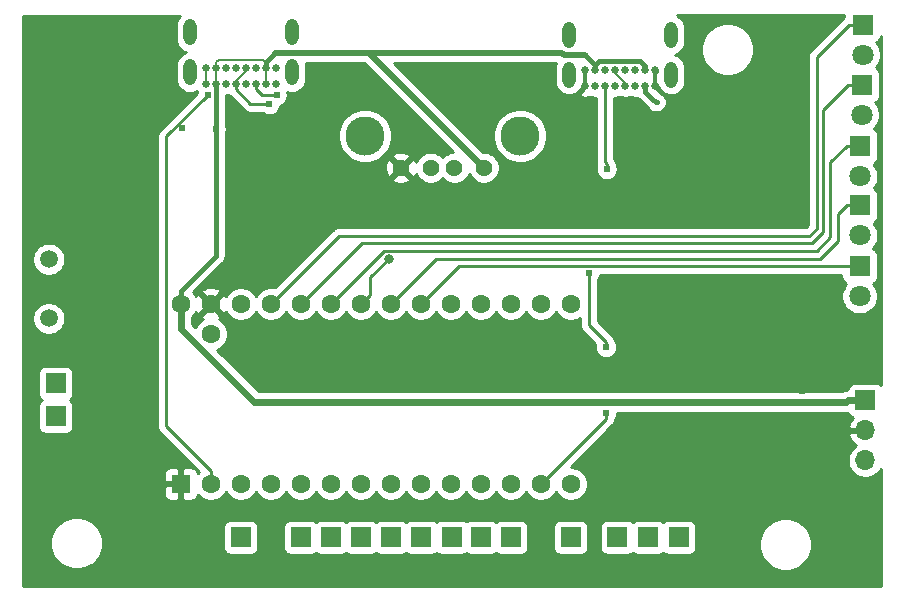
<source format=gbl>
G04 #@! TF.GenerationSoftware,KiCad,Pcbnew,(5.1.6)-1*
G04 #@! TF.CreationDate,2021-03-14T20:25:08+01:00*
G04 #@! TF.ProjectId,ErgoDOX_small,4572676f-444f-4585-9f73-6d616c6c2e6b,rev?*
G04 #@! TF.SameCoordinates,Original*
G04 #@! TF.FileFunction,Copper,L2,Bot*
G04 #@! TF.FilePolarity,Positive*
%FSLAX46Y46*%
G04 Gerber Fmt 4.6, Leading zero omitted, Abs format (unit mm)*
G04 Created by KiCad (PCBNEW (5.1.6)-1) date 2021-03-14 20:25:08*
%MOMM*%
%LPD*%
G01*
G04 APERTURE LIST*
G04 #@! TA.AperFunction,ComponentPad*
%ADD10R,1.700000X1.700000*%
G04 #@! TD*
G04 #@! TA.AperFunction,ComponentPad*
%ADD11C,1.600000*%
G04 #@! TD*
G04 #@! TA.AperFunction,ComponentPad*
%ADD12R,1.600000X1.600000*%
G04 #@! TD*
G04 #@! TA.AperFunction,ComponentPad*
%ADD13O,1.108000X2.216000*%
G04 #@! TD*
G04 #@! TA.AperFunction,ComponentPad*
%ADD14C,0.650000*%
G04 #@! TD*
G04 #@! TA.AperFunction,ComponentPad*
%ADD15O,1.700000X1.700000*%
G04 #@! TD*
G04 #@! TA.AperFunction,ComponentPad*
%ADD16C,1.500000*%
G04 #@! TD*
G04 #@! TA.AperFunction,ComponentPad*
%ADD17R,1.800000X1.800000*%
G04 #@! TD*
G04 #@! TA.AperFunction,ComponentPad*
%ADD18C,1.800000*%
G04 #@! TD*
G04 #@! TA.AperFunction,ComponentPad*
%ADD19C,3.316000*%
G04 #@! TD*
G04 #@! TA.AperFunction,ComponentPad*
%ADD20C,1.428000*%
G04 #@! TD*
G04 #@! TA.AperFunction,ViaPad*
%ADD21C,0.609600*%
G04 #@! TD*
G04 #@! TA.AperFunction,ViaPad*
%ADD22C,0.812800*%
G04 #@! TD*
G04 #@! TA.AperFunction,Conductor*
%ADD23C,0.304800*%
G04 #@! TD*
G04 #@! TA.AperFunction,Conductor*
%ADD24C,0.152400*%
G04 #@! TD*
G04 #@! TA.AperFunction,Conductor*
%ADD25C,0.406400*%
G04 #@! TD*
G04 #@! TA.AperFunction,Conductor*
%ADD26C,0.609600*%
G04 #@! TD*
G04 #@! TA.AperFunction,Conductor*
%ADD27C,0.508000*%
G04 #@! TD*
G04 #@! TA.AperFunction,Conductor*
%ADD28C,0.254000*%
G04 #@! TD*
G04 #@! TA.AperFunction,Conductor*
%ADD29C,0.203200*%
G04 #@! TD*
G04 APERTURE END LIST*
D10*
X63639700Y-61976000D03*
D11*
X107251500Y-55245000D03*
X107251500Y-70485000D03*
X104711500Y-55245000D03*
X102171500Y-55245000D03*
X99631500Y-55245000D03*
X97091500Y-55245000D03*
X94551500Y-55245000D03*
X92011500Y-55245000D03*
X89471500Y-55245000D03*
X86931500Y-55245000D03*
X84391500Y-55245000D03*
X81851500Y-55245000D03*
X79311500Y-55245000D03*
X76771500Y-55245000D03*
X74231500Y-55245000D03*
X76771500Y-57785000D03*
X104711500Y-70485000D03*
X102171500Y-70485000D03*
X99631500Y-70485000D03*
X97091500Y-70485000D03*
X94551500Y-70485000D03*
X92011500Y-70485000D03*
X89471500Y-70485000D03*
X86931500Y-70485000D03*
X84391500Y-70485000D03*
X81851500Y-70485000D03*
X79311500Y-70485000D03*
X76771500Y-70485000D03*
D12*
X74231500Y-70485000D03*
D10*
X97155000Y-74993500D03*
X94589600Y-74993500D03*
X92011500Y-74993500D03*
X102171500Y-74993500D03*
X86931500Y-74993500D03*
X84391500Y-75000000D03*
X79311500Y-75000000D03*
X116382800Y-75000000D03*
X113792000Y-75000000D03*
X111201200Y-75000000D03*
X107238800Y-75000000D03*
X99631500Y-74993500D03*
X89471500Y-74993500D03*
D13*
X115754800Y-32456400D03*
X107104800Y-32456400D03*
X107104800Y-35836400D03*
X115754800Y-35836400D03*
D14*
X114404800Y-35466400D03*
X113554800Y-35466400D03*
X112704800Y-35466400D03*
X111854800Y-35466400D03*
X111004800Y-35466400D03*
X110154800Y-35466400D03*
X109304800Y-35466400D03*
X108454800Y-35466400D03*
X108454800Y-36816400D03*
X109304800Y-36816400D03*
X110154800Y-36816400D03*
X111004800Y-36816400D03*
X111854800Y-36816400D03*
X112704800Y-36816400D03*
X113554800Y-36816400D03*
X114404800Y-36816400D03*
D10*
X63639700Y-64770000D03*
X132181600Y-63411100D03*
D15*
X132181600Y-65951100D03*
X132181600Y-68491100D03*
D16*
X63055500Y-56451500D03*
X63055500Y-51451500D03*
D17*
X131762500Y-46902737D03*
D18*
X131762500Y-49442737D03*
X131953000Y-34139237D03*
D17*
X131953000Y-31599237D03*
X131762500Y-41886237D03*
D18*
X131762500Y-44426237D03*
X131699000Y-54586237D03*
D17*
X131699000Y-52046237D03*
X131889500Y-36679237D03*
D18*
X131889500Y-39219237D03*
D19*
X102963000Y-40999000D03*
X89823000Y-40999000D03*
D20*
X95393000Y-43709000D03*
X97393000Y-43709000D03*
X92893000Y-43709000D03*
X99893000Y-43709000D03*
D14*
X82286500Y-36600500D03*
X81436500Y-36600500D03*
X80586500Y-36600500D03*
X79736500Y-36600500D03*
X78886500Y-36600500D03*
X78036500Y-36600500D03*
X77186500Y-36600500D03*
X76336500Y-36600500D03*
X76336500Y-35250500D03*
X77186500Y-35250500D03*
X78036500Y-35250500D03*
X78886500Y-35250500D03*
X79736500Y-35250500D03*
X80586500Y-35250500D03*
X81436500Y-35250500D03*
X82286500Y-35250500D03*
D13*
X83636500Y-35620500D03*
X74986500Y-35620500D03*
X74986500Y-32240500D03*
X83636500Y-32240500D03*
D21*
X126847600Y-62649100D03*
D22*
X96520000Y-45516800D03*
X108610400Y-43586400D03*
D21*
X79806800Y-42824400D03*
X78536800Y-40538400D03*
X74371200Y-40335200D03*
X77186500Y-40436800D03*
X82346800Y-37541200D03*
X81737200Y-38303200D03*
X76504800Y-37541200D03*
D22*
X91846400Y-51409600D03*
D21*
X110236000Y-64465200D03*
X110236000Y-58877200D03*
X108813600Y-52628800D03*
X110286800Y-43811434D03*
D23*
X114404800Y-36816400D02*
X114404800Y-35466400D01*
X108454800Y-36816400D02*
X108454800Y-35466400D01*
D24*
X76336500Y-36600500D02*
X76336500Y-35250500D01*
D25*
X114454622Y-38175841D02*
X114534000Y-38175841D01*
X113554800Y-36816400D02*
X113554800Y-37276019D01*
X109678182Y-34633399D02*
X113138639Y-34633399D01*
X109304800Y-35006781D02*
X109678182Y-34633399D01*
X113571799Y-35449401D02*
X113554800Y-35466400D01*
X113571799Y-35066559D02*
X113571799Y-35449401D01*
X113138639Y-34633399D02*
X113571799Y-35066559D01*
X113554800Y-37276019D02*
X114046000Y-37767219D01*
X114046000Y-37767219D02*
X114454622Y-38175841D01*
D24*
X81436500Y-35250500D02*
X81436500Y-36600500D01*
X77186500Y-35250500D02*
X77186500Y-36600500D01*
X77432882Y-34544499D02*
X81190118Y-34544499D01*
X81190118Y-34544499D02*
X81436500Y-34790881D01*
X77186500Y-34790881D02*
X77432882Y-34544499D01*
X77186500Y-35250500D02*
X77186500Y-34790881D01*
D25*
X82222891Y-34004490D02*
X81436500Y-34790881D01*
X81436500Y-34790881D02*
X81436500Y-35250500D01*
X109304800Y-35006781D02*
X108518409Y-34220390D01*
X109304800Y-35466400D02*
X109304800Y-35006781D01*
X77186500Y-37060119D02*
X77186500Y-36600500D01*
X77186500Y-51158630D02*
X77186500Y-40436800D01*
X74231500Y-54113630D02*
X77186500Y-51158630D01*
X74231500Y-55245000D02*
X74231500Y-54113630D01*
X77186500Y-40436800D02*
X77186500Y-37060119D01*
D26*
X130722000Y-63411100D02*
X132181600Y-63411100D01*
X80463791Y-63563501D02*
X130569599Y-63563501D01*
X74231500Y-57331210D02*
X80463791Y-63563501D01*
X130569599Y-63563501D02*
X130722000Y-63411100D01*
X74231500Y-55245000D02*
X74231500Y-57331210D01*
D27*
X99179001Y-42995001D02*
X99893000Y-43709000D01*
X90137690Y-33953690D02*
X99179001Y-42995001D01*
X82273691Y-33953690D02*
X90137690Y-33953690D01*
X82222891Y-34004490D02*
X82273691Y-33953690D01*
X108467609Y-34169590D02*
X108518409Y-34220390D01*
X106690240Y-34169590D02*
X108467609Y-34169590D01*
X106474340Y-33953690D02*
X106690240Y-34169590D01*
X90137690Y-33953690D02*
X106474340Y-33953690D01*
D28*
X80586500Y-37060119D02*
X81067581Y-37541200D01*
X80586500Y-36600500D02*
X80586500Y-37060119D01*
X81067581Y-37541200D02*
X82346800Y-37541200D01*
X82346800Y-37541200D02*
X82346800Y-37541200D01*
D24*
X79736500Y-35555618D02*
X79736500Y-35250500D01*
X78886500Y-36405618D02*
X79736500Y-35555618D01*
X78886500Y-36600500D02*
X78886500Y-36405618D01*
D28*
X81306148Y-38303200D02*
X81737200Y-38303200D01*
X80129581Y-38303200D02*
X81306148Y-38303200D01*
X78886500Y-37060119D02*
X80129581Y-38303200D01*
X78886500Y-36600500D02*
X78886500Y-37060119D01*
X72999699Y-65581829D02*
X72999699Y-41046301D01*
X76771500Y-70485000D02*
X76771500Y-69353630D01*
X76771500Y-69353630D02*
X72999699Y-65581829D01*
X72999699Y-41046301D02*
X76504800Y-37541200D01*
X76504800Y-37541200D02*
X76504800Y-37541200D01*
X90271499Y-54445001D02*
X90271499Y-52984501D01*
X89471500Y-55245000D02*
X90271499Y-54445001D01*
X90271499Y-52984501D02*
X91846400Y-51409600D01*
X91846400Y-51409600D02*
X91846400Y-51409600D01*
D29*
X111854800Y-36548874D02*
X111854800Y-36816400D01*
X111004800Y-35698874D02*
X111854800Y-36548874D01*
X111004800Y-35466400D02*
X111004800Y-35698874D01*
D28*
X104711500Y-70485000D02*
X110236000Y-64960500D01*
X110236000Y-64960500D02*
X110236000Y-64465200D01*
X110236000Y-64465200D02*
X110236000Y-64465200D01*
X110236000Y-58446148D02*
X108813600Y-57023748D01*
X110236000Y-58877200D02*
X110236000Y-58446148D01*
X108813600Y-57023748D02*
X108813600Y-52628800D01*
X108813600Y-52628800D02*
X108813600Y-52628800D01*
X110154800Y-37276019D02*
X110154800Y-36816400D01*
X110154800Y-43248382D02*
X110154800Y-37276019D01*
X110286800Y-43380382D02*
X110154800Y-43248382D01*
X110286800Y-43811434D02*
X110286800Y-43380382D01*
D24*
X97388000Y-43709000D02*
X97393000Y-43709000D01*
X97393000Y-43958000D02*
X97393000Y-43709000D01*
D28*
X129895600Y-47615637D02*
X130608500Y-46902737D01*
X129895600Y-49885600D02*
X129895600Y-47615637D01*
X128371600Y-51409600D02*
X129895600Y-49885600D01*
X95846900Y-51409600D02*
X128371600Y-51409600D01*
X130608500Y-46902737D02*
X131762500Y-46902737D01*
X92011500Y-55245000D02*
X95846900Y-51409600D01*
X86931500Y-55245000D02*
X91427300Y-50749200D01*
X91427300Y-50749200D02*
X128066800Y-50749200D01*
X128066800Y-50749200D02*
X129235200Y-49580800D01*
X130608500Y-41886237D02*
X131762500Y-41886237D01*
X129235200Y-43259537D02*
X130608500Y-41886237D01*
X129235200Y-49580800D02*
X129235200Y-43259537D01*
X84391500Y-55245000D02*
X89547700Y-50088800D01*
X89547700Y-50088800D02*
X127711200Y-50088800D01*
X127711200Y-50088800D02*
X128625600Y-49174400D01*
X130735500Y-36679237D02*
X131889500Y-36679237D01*
X128625600Y-38789137D02*
X130735500Y-36679237D01*
X128625600Y-49174400D02*
X128625600Y-38789137D01*
X128066790Y-48869610D02*
X128066790Y-34331447D01*
X127457200Y-49479200D02*
X128066790Y-48869610D01*
X130799000Y-31599237D02*
X131953000Y-31599237D01*
X128066790Y-34331447D02*
X130799000Y-31599237D01*
X87617300Y-49479200D02*
X127457200Y-49479200D01*
X81851500Y-55245000D02*
X87617300Y-49479200D01*
X97750263Y-52046237D02*
X131699000Y-52046237D01*
X94551500Y-55245000D02*
X97750263Y-52046237D01*
G36*
X74141683Y-30841682D02*
G01*
X73993100Y-31022731D01*
X73882692Y-31229288D01*
X73814704Y-31453415D01*
X73797500Y-31628089D01*
X73797500Y-32852910D01*
X73814704Y-33027584D01*
X73882692Y-33251711D01*
X73993099Y-33458268D01*
X74141682Y-33639318D01*
X74322731Y-33787901D01*
X74529288Y-33898308D01*
X74635412Y-33930500D01*
X74529289Y-33962692D01*
X74322732Y-34073099D01*
X74141683Y-34221682D01*
X73993100Y-34402731D01*
X73882692Y-34609288D01*
X73814704Y-34833415D01*
X73797500Y-35008089D01*
X73797500Y-36232910D01*
X73814704Y-36407584D01*
X73882692Y-36631711D01*
X73993099Y-36838268D01*
X74141682Y-37019318D01*
X74322731Y-37167901D01*
X74529288Y-37278308D01*
X74753415Y-37346296D01*
X74986500Y-37369253D01*
X75219584Y-37346296D01*
X75443711Y-37278308D01*
X75578771Y-37206117D01*
X75612424Y-37239770D01*
X75601116Y-37267071D01*
X75576240Y-37392129D01*
X72487348Y-40481022D01*
X72458278Y-40504879D01*
X72434421Y-40533949D01*
X72434420Y-40533950D01*
X72363054Y-40620909D01*
X72292298Y-40753286D01*
X72248726Y-40896923D01*
X72234013Y-41046301D01*
X72237700Y-41083734D01*
X72237699Y-65544406D01*
X72234013Y-65581829D01*
X72237699Y-65619252D01*
X72237699Y-65619254D01*
X72248725Y-65731206D01*
X72292297Y-65874843D01*
X72292298Y-65874844D01*
X72363054Y-66007221D01*
X72402682Y-66055507D01*
X72458277Y-66123251D01*
X72487353Y-66147113D01*
X75783672Y-69443432D01*
X75658143Y-69568961D01*
X75657312Y-69560518D01*
X75621002Y-69440820D01*
X75562037Y-69330506D01*
X75482685Y-69233815D01*
X75385994Y-69154463D01*
X75275680Y-69095498D01*
X75155982Y-69059188D01*
X75031500Y-69046928D01*
X74517250Y-69050000D01*
X74358500Y-69208750D01*
X74358500Y-70358000D01*
X74378500Y-70358000D01*
X74378500Y-70612000D01*
X74358500Y-70612000D01*
X74358500Y-71761250D01*
X74517250Y-71920000D01*
X75031500Y-71923072D01*
X75155982Y-71910812D01*
X75275680Y-71874502D01*
X75385994Y-71815537D01*
X75482685Y-71736185D01*
X75562037Y-71639494D01*
X75621002Y-71529180D01*
X75657312Y-71409482D01*
X75658143Y-71401039D01*
X75856741Y-71599637D01*
X76091773Y-71756680D01*
X76352926Y-71864853D01*
X76630165Y-71920000D01*
X76912835Y-71920000D01*
X77190074Y-71864853D01*
X77451227Y-71756680D01*
X77686259Y-71599637D01*
X77886137Y-71399759D01*
X78041500Y-71167241D01*
X78196863Y-71399759D01*
X78396741Y-71599637D01*
X78631773Y-71756680D01*
X78892926Y-71864853D01*
X79170165Y-71920000D01*
X79452835Y-71920000D01*
X79730074Y-71864853D01*
X79991227Y-71756680D01*
X80226259Y-71599637D01*
X80426137Y-71399759D01*
X80581500Y-71167241D01*
X80736863Y-71399759D01*
X80936741Y-71599637D01*
X81171773Y-71756680D01*
X81432926Y-71864853D01*
X81710165Y-71920000D01*
X81992835Y-71920000D01*
X82270074Y-71864853D01*
X82531227Y-71756680D01*
X82766259Y-71599637D01*
X82966137Y-71399759D01*
X83121500Y-71167241D01*
X83276863Y-71399759D01*
X83476741Y-71599637D01*
X83711773Y-71756680D01*
X83972926Y-71864853D01*
X84250165Y-71920000D01*
X84532835Y-71920000D01*
X84810074Y-71864853D01*
X85071227Y-71756680D01*
X85306259Y-71599637D01*
X85506137Y-71399759D01*
X85661500Y-71167241D01*
X85816863Y-71399759D01*
X86016741Y-71599637D01*
X86251773Y-71756680D01*
X86512926Y-71864853D01*
X86790165Y-71920000D01*
X87072835Y-71920000D01*
X87350074Y-71864853D01*
X87611227Y-71756680D01*
X87846259Y-71599637D01*
X88046137Y-71399759D01*
X88201500Y-71167241D01*
X88356863Y-71399759D01*
X88556741Y-71599637D01*
X88791773Y-71756680D01*
X89052926Y-71864853D01*
X89330165Y-71920000D01*
X89612835Y-71920000D01*
X89890074Y-71864853D01*
X90151227Y-71756680D01*
X90386259Y-71599637D01*
X90586137Y-71399759D01*
X90741500Y-71167241D01*
X90896863Y-71399759D01*
X91096741Y-71599637D01*
X91331773Y-71756680D01*
X91592926Y-71864853D01*
X91870165Y-71920000D01*
X92152835Y-71920000D01*
X92430074Y-71864853D01*
X92691227Y-71756680D01*
X92926259Y-71599637D01*
X93126137Y-71399759D01*
X93281500Y-71167241D01*
X93436863Y-71399759D01*
X93636741Y-71599637D01*
X93871773Y-71756680D01*
X94132926Y-71864853D01*
X94410165Y-71920000D01*
X94692835Y-71920000D01*
X94970074Y-71864853D01*
X95231227Y-71756680D01*
X95466259Y-71599637D01*
X95666137Y-71399759D01*
X95821500Y-71167241D01*
X95976863Y-71399759D01*
X96176741Y-71599637D01*
X96411773Y-71756680D01*
X96672926Y-71864853D01*
X96950165Y-71920000D01*
X97232835Y-71920000D01*
X97510074Y-71864853D01*
X97771227Y-71756680D01*
X98006259Y-71599637D01*
X98206137Y-71399759D01*
X98361500Y-71167241D01*
X98516863Y-71399759D01*
X98716741Y-71599637D01*
X98951773Y-71756680D01*
X99212926Y-71864853D01*
X99490165Y-71920000D01*
X99772835Y-71920000D01*
X100050074Y-71864853D01*
X100311227Y-71756680D01*
X100546259Y-71599637D01*
X100746137Y-71399759D01*
X100901500Y-71167241D01*
X101056863Y-71399759D01*
X101256741Y-71599637D01*
X101491773Y-71756680D01*
X101752926Y-71864853D01*
X102030165Y-71920000D01*
X102312835Y-71920000D01*
X102590074Y-71864853D01*
X102851227Y-71756680D01*
X103086259Y-71599637D01*
X103286137Y-71399759D01*
X103441500Y-71167241D01*
X103596863Y-71399759D01*
X103796741Y-71599637D01*
X104031773Y-71756680D01*
X104292926Y-71864853D01*
X104570165Y-71920000D01*
X104852835Y-71920000D01*
X105130074Y-71864853D01*
X105391227Y-71756680D01*
X105626259Y-71599637D01*
X105826137Y-71399759D01*
X105981500Y-71167241D01*
X106136863Y-71399759D01*
X106336741Y-71599637D01*
X106571773Y-71756680D01*
X106832926Y-71864853D01*
X107110165Y-71920000D01*
X107392835Y-71920000D01*
X107670074Y-71864853D01*
X107931227Y-71756680D01*
X108166259Y-71599637D01*
X108366137Y-71399759D01*
X108523180Y-71164727D01*
X108631353Y-70903574D01*
X108686500Y-70626335D01*
X108686500Y-70343665D01*
X108631353Y-70066426D01*
X108523180Y-69805273D01*
X108366137Y-69570241D01*
X108166259Y-69370363D01*
X107931227Y-69213320D01*
X107670074Y-69105147D01*
X107392835Y-69050000D01*
X107224130Y-69050000D01*
X110748353Y-65525778D01*
X110777422Y-65501922D01*
X110804772Y-65468596D01*
X110872645Y-65385893D01*
X110943401Y-65253516D01*
X110943402Y-65253515D01*
X110986974Y-65109878D01*
X110995868Y-65019571D01*
X111068840Y-64910362D01*
X111139684Y-64739329D01*
X111175800Y-64557762D01*
X111175800Y-64503301D01*
X130523442Y-64503301D01*
X130569599Y-64507847D01*
X130615756Y-64503301D01*
X130615766Y-64503301D01*
X130737850Y-64491277D01*
X130742098Y-64505280D01*
X130801063Y-64615594D01*
X130880415Y-64712285D01*
X130977106Y-64791637D01*
X131087420Y-64850602D01*
X131168066Y-64875066D01*
X131084012Y-64950831D01*
X130909959Y-65184180D01*
X130784775Y-65447001D01*
X130740124Y-65594210D01*
X130861445Y-65824100D01*
X132054600Y-65824100D01*
X132054600Y-65804100D01*
X132308600Y-65804100D01*
X132308600Y-65824100D01*
X132328600Y-65824100D01*
X132328600Y-66078100D01*
X132308600Y-66078100D01*
X132308600Y-66098100D01*
X132054600Y-66098100D01*
X132054600Y-66078100D01*
X130861445Y-66078100D01*
X130740124Y-66307990D01*
X130784775Y-66455199D01*
X130909959Y-66718020D01*
X131084012Y-66951369D01*
X131300245Y-67146278D01*
X131417134Y-67215905D01*
X131234968Y-67337625D01*
X131028125Y-67544468D01*
X130865610Y-67787689D01*
X130753668Y-68057942D01*
X130696600Y-68344840D01*
X130696600Y-68637360D01*
X130753668Y-68924258D01*
X130865610Y-69194511D01*
X131028125Y-69437732D01*
X131234968Y-69644575D01*
X131478189Y-69807090D01*
X131748442Y-69919032D01*
X132035340Y-69976100D01*
X132327860Y-69976100D01*
X132614758Y-69919032D01*
X132885011Y-69807090D01*
X133128232Y-69644575D01*
X133335075Y-69437732D01*
X133489701Y-69206318D01*
X133489701Y-79133700D01*
X60871100Y-79133700D01*
X60871100Y-75268672D01*
X63195400Y-75268672D01*
X63195400Y-75708928D01*
X63281290Y-76140725D01*
X63449769Y-76547469D01*
X63694362Y-76913529D01*
X64005671Y-77224838D01*
X64371731Y-77469431D01*
X64778475Y-77637910D01*
X65210272Y-77723800D01*
X65650528Y-77723800D01*
X66082325Y-77637910D01*
X66489069Y-77469431D01*
X66855129Y-77224838D01*
X67166438Y-76913529D01*
X67411031Y-76547469D01*
X67579510Y-76140725D01*
X67665400Y-75708928D01*
X67665400Y-75268672D01*
X67579510Y-74836875D01*
X67411031Y-74430131D01*
X67223854Y-74150000D01*
X77823428Y-74150000D01*
X77823428Y-75850000D01*
X77835688Y-75974482D01*
X77871998Y-76094180D01*
X77930963Y-76204494D01*
X78010315Y-76301185D01*
X78107006Y-76380537D01*
X78217320Y-76439502D01*
X78337018Y-76475812D01*
X78461500Y-76488072D01*
X80161500Y-76488072D01*
X80285982Y-76475812D01*
X80405680Y-76439502D01*
X80515994Y-76380537D01*
X80612685Y-76301185D01*
X80692037Y-76204494D01*
X80751002Y-76094180D01*
X80787312Y-75974482D01*
X80799572Y-75850000D01*
X80799572Y-74150000D01*
X82903428Y-74150000D01*
X82903428Y-75850000D01*
X82915688Y-75974482D01*
X82951998Y-76094180D01*
X83010963Y-76204494D01*
X83090315Y-76301185D01*
X83187006Y-76380537D01*
X83297320Y-76439502D01*
X83417018Y-76475812D01*
X83541500Y-76488072D01*
X85241500Y-76488072D01*
X85365982Y-76475812D01*
X85485680Y-76439502D01*
X85595994Y-76380537D01*
X85665460Y-76323528D01*
X85727006Y-76374037D01*
X85837320Y-76433002D01*
X85957018Y-76469312D01*
X86081500Y-76481572D01*
X87781500Y-76481572D01*
X87905982Y-76469312D01*
X88025680Y-76433002D01*
X88135994Y-76374037D01*
X88201500Y-76320278D01*
X88267006Y-76374037D01*
X88377320Y-76433002D01*
X88497018Y-76469312D01*
X88621500Y-76481572D01*
X90321500Y-76481572D01*
X90445982Y-76469312D01*
X90565680Y-76433002D01*
X90675994Y-76374037D01*
X90741500Y-76320278D01*
X90807006Y-76374037D01*
X90917320Y-76433002D01*
X91037018Y-76469312D01*
X91161500Y-76481572D01*
X92861500Y-76481572D01*
X92985982Y-76469312D01*
X93105680Y-76433002D01*
X93215994Y-76374037D01*
X93300550Y-76304644D01*
X93385106Y-76374037D01*
X93495420Y-76433002D01*
X93615118Y-76469312D01*
X93739600Y-76481572D01*
X95439600Y-76481572D01*
X95564082Y-76469312D01*
X95683780Y-76433002D01*
X95794094Y-76374037D01*
X95872300Y-76309855D01*
X95950506Y-76374037D01*
X96060820Y-76433002D01*
X96180518Y-76469312D01*
X96305000Y-76481572D01*
X98005000Y-76481572D01*
X98129482Y-76469312D01*
X98249180Y-76433002D01*
X98359494Y-76374037D01*
X98393250Y-76346334D01*
X98427006Y-76374037D01*
X98537320Y-76433002D01*
X98657018Y-76469312D01*
X98781500Y-76481572D01*
X100481500Y-76481572D01*
X100605982Y-76469312D01*
X100725680Y-76433002D01*
X100835994Y-76374037D01*
X100901500Y-76320278D01*
X100967006Y-76374037D01*
X101077320Y-76433002D01*
X101197018Y-76469312D01*
X101321500Y-76481572D01*
X103021500Y-76481572D01*
X103145982Y-76469312D01*
X103265680Y-76433002D01*
X103375994Y-76374037D01*
X103472685Y-76294685D01*
X103552037Y-76197994D01*
X103611002Y-76087680D01*
X103647312Y-75967982D01*
X103659572Y-75843500D01*
X103659572Y-74150000D01*
X105750728Y-74150000D01*
X105750728Y-75850000D01*
X105762988Y-75974482D01*
X105799298Y-76094180D01*
X105858263Y-76204494D01*
X105937615Y-76301185D01*
X106034306Y-76380537D01*
X106144620Y-76439502D01*
X106264318Y-76475812D01*
X106388800Y-76488072D01*
X108088800Y-76488072D01*
X108213282Y-76475812D01*
X108332980Y-76439502D01*
X108443294Y-76380537D01*
X108539985Y-76301185D01*
X108619337Y-76204494D01*
X108678302Y-76094180D01*
X108714612Y-75974482D01*
X108726872Y-75850000D01*
X108726872Y-74150000D01*
X109713128Y-74150000D01*
X109713128Y-75850000D01*
X109725388Y-75974482D01*
X109761698Y-76094180D01*
X109820663Y-76204494D01*
X109900015Y-76301185D01*
X109996706Y-76380537D01*
X110107020Y-76439502D01*
X110226718Y-76475812D01*
X110351200Y-76488072D01*
X112051200Y-76488072D01*
X112175682Y-76475812D01*
X112295380Y-76439502D01*
X112405694Y-76380537D01*
X112496600Y-76305933D01*
X112587506Y-76380537D01*
X112697820Y-76439502D01*
X112817518Y-76475812D01*
X112942000Y-76488072D01*
X114642000Y-76488072D01*
X114766482Y-76475812D01*
X114886180Y-76439502D01*
X114996494Y-76380537D01*
X115087400Y-76305933D01*
X115178306Y-76380537D01*
X115288620Y-76439502D01*
X115408318Y-76475812D01*
X115532800Y-76488072D01*
X117232800Y-76488072D01*
X117357282Y-76475812D01*
X117476980Y-76439502D01*
X117587294Y-76380537D01*
X117683985Y-76301185D01*
X117763337Y-76204494D01*
X117822302Y-76094180D01*
X117858612Y-75974482D01*
X117870872Y-75850000D01*
X117870872Y-75370272D01*
X123190200Y-75370272D01*
X123190200Y-75810528D01*
X123276090Y-76242325D01*
X123444569Y-76649069D01*
X123689162Y-77015129D01*
X124000471Y-77326438D01*
X124366531Y-77571031D01*
X124773275Y-77739510D01*
X125205072Y-77825400D01*
X125645328Y-77825400D01*
X126077125Y-77739510D01*
X126483869Y-77571031D01*
X126849929Y-77326438D01*
X127161238Y-77015129D01*
X127405831Y-76649069D01*
X127574310Y-76242325D01*
X127660200Y-75810528D01*
X127660200Y-75370272D01*
X127574310Y-74938475D01*
X127405831Y-74531731D01*
X127161238Y-74165671D01*
X126849929Y-73854362D01*
X126483869Y-73609769D01*
X126077125Y-73441290D01*
X125645328Y-73355400D01*
X125205072Y-73355400D01*
X124773275Y-73441290D01*
X124366531Y-73609769D01*
X124000471Y-73854362D01*
X123689162Y-74165671D01*
X123444569Y-74531731D01*
X123276090Y-74938475D01*
X123190200Y-75370272D01*
X117870872Y-75370272D01*
X117870872Y-74150000D01*
X117858612Y-74025518D01*
X117822302Y-73905820D01*
X117763337Y-73795506D01*
X117683985Y-73698815D01*
X117587294Y-73619463D01*
X117476980Y-73560498D01*
X117357282Y-73524188D01*
X117232800Y-73511928D01*
X115532800Y-73511928D01*
X115408318Y-73524188D01*
X115288620Y-73560498D01*
X115178306Y-73619463D01*
X115087400Y-73694067D01*
X114996494Y-73619463D01*
X114886180Y-73560498D01*
X114766482Y-73524188D01*
X114642000Y-73511928D01*
X112942000Y-73511928D01*
X112817518Y-73524188D01*
X112697820Y-73560498D01*
X112587506Y-73619463D01*
X112496600Y-73694067D01*
X112405694Y-73619463D01*
X112295380Y-73560498D01*
X112175682Y-73524188D01*
X112051200Y-73511928D01*
X110351200Y-73511928D01*
X110226718Y-73524188D01*
X110107020Y-73560498D01*
X109996706Y-73619463D01*
X109900015Y-73698815D01*
X109820663Y-73795506D01*
X109761698Y-73905820D01*
X109725388Y-74025518D01*
X109713128Y-74150000D01*
X108726872Y-74150000D01*
X108714612Y-74025518D01*
X108678302Y-73905820D01*
X108619337Y-73795506D01*
X108539985Y-73698815D01*
X108443294Y-73619463D01*
X108332980Y-73560498D01*
X108213282Y-73524188D01*
X108088800Y-73511928D01*
X106388800Y-73511928D01*
X106264318Y-73524188D01*
X106144620Y-73560498D01*
X106034306Y-73619463D01*
X105937615Y-73698815D01*
X105858263Y-73795506D01*
X105799298Y-73905820D01*
X105762988Y-74025518D01*
X105750728Y-74150000D01*
X103659572Y-74150000D01*
X103659572Y-74143500D01*
X103647312Y-74019018D01*
X103611002Y-73899320D01*
X103552037Y-73789006D01*
X103472685Y-73692315D01*
X103375994Y-73612963D01*
X103265680Y-73553998D01*
X103145982Y-73517688D01*
X103021500Y-73505428D01*
X101321500Y-73505428D01*
X101197018Y-73517688D01*
X101077320Y-73553998D01*
X100967006Y-73612963D01*
X100901500Y-73666722D01*
X100835994Y-73612963D01*
X100725680Y-73553998D01*
X100605982Y-73517688D01*
X100481500Y-73505428D01*
X98781500Y-73505428D01*
X98657018Y-73517688D01*
X98537320Y-73553998D01*
X98427006Y-73612963D01*
X98393250Y-73640666D01*
X98359494Y-73612963D01*
X98249180Y-73553998D01*
X98129482Y-73517688D01*
X98005000Y-73505428D01*
X96305000Y-73505428D01*
X96180518Y-73517688D01*
X96060820Y-73553998D01*
X95950506Y-73612963D01*
X95872300Y-73677145D01*
X95794094Y-73612963D01*
X95683780Y-73553998D01*
X95564082Y-73517688D01*
X95439600Y-73505428D01*
X93739600Y-73505428D01*
X93615118Y-73517688D01*
X93495420Y-73553998D01*
X93385106Y-73612963D01*
X93300550Y-73682356D01*
X93215994Y-73612963D01*
X93105680Y-73553998D01*
X92985982Y-73517688D01*
X92861500Y-73505428D01*
X91161500Y-73505428D01*
X91037018Y-73517688D01*
X90917320Y-73553998D01*
X90807006Y-73612963D01*
X90741500Y-73666722D01*
X90675994Y-73612963D01*
X90565680Y-73553998D01*
X90445982Y-73517688D01*
X90321500Y-73505428D01*
X88621500Y-73505428D01*
X88497018Y-73517688D01*
X88377320Y-73553998D01*
X88267006Y-73612963D01*
X88201500Y-73666722D01*
X88135994Y-73612963D01*
X88025680Y-73553998D01*
X87905982Y-73517688D01*
X87781500Y-73505428D01*
X86081500Y-73505428D01*
X85957018Y-73517688D01*
X85837320Y-73553998D01*
X85727006Y-73612963D01*
X85657540Y-73669972D01*
X85595994Y-73619463D01*
X85485680Y-73560498D01*
X85365982Y-73524188D01*
X85241500Y-73511928D01*
X83541500Y-73511928D01*
X83417018Y-73524188D01*
X83297320Y-73560498D01*
X83187006Y-73619463D01*
X83090315Y-73698815D01*
X83010963Y-73795506D01*
X82951998Y-73905820D01*
X82915688Y-74025518D01*
X82903428Y-74150000D01*
X80799572Y-74150000D01*
X80787312Y-74025518D01*
X80751002Y-73905820D01*
X80692037Y-73795506D01*
X80612685Y-73698815D01*
X80515994Y-73619463D01*
X80405680Y-73560498D01*
X80285982Y-73524188D01*
X80161500Y-73511928D01*
X78461500Y-73511928D01*
X78337018Y-73524188D01*
X78217320Y-73560498D01*
X78107006Y-73619463D01*
X78010315Y-73698815D01*
X77930963Y-73795506D01*
X77871998Y-73905820D01*
X77835688Y-74025518D01*
X77823428Y-74150000D01*
X67223854Y-74150000D01*
X67166438Y-74064071D01*
X66855129Y-73752762D01*
X66489069Y-73508169D01*
X66082325Y-73339690D01*
X65650528Y-73253800D01*
X65210272Y-73253800D01*
X64778475Y-73339690D01*
X64371731Y-73508169D01*
X64005671Y-73752762D01*
X63694362Y-74064071D01*
X63449769Y-74430131D01*
X63281290Y-74836875D01*
X63195400Y-75268672D01*
X60871100Y-75268672D01*
X60871100Y-71285000D01*
X72793428Y-71285000D01*
X72805688Y-71409482D01*
X72841998Y-71529180D01*
X72900963Y-71639494D01*
X72980315Y-71736185D01*
X73077006Y-71815537D01*
X73187320Y-71874502D01*
X73307018Y-71910812D01*
X73431500Y-71923072D01*
X73945750Y-71920000D01*
X74104500Y-71761250D01*
X74104500Y-70612000D01*
X72955250Y-70612000D01*
X72796500Y-70770750D01*
X72793428Y-71285000D01*
X60871100Y-71285000D01*
X60871100Y-69685000D01*
X72793428Y-69685000D01*
X72796500Y-70199250D01*
X72955250Y-70358000D01*
X74104500Y-70358000D01*
X74104500Y-69208750D01*
X73945750Y-69050000D01*
X73431500Y-69046928D01*
X73307018Y-69059188D01*
X73187320Y-69095498D01*
X73077006Y-69154463D01*
X72980315Y-69233815D01*
X72900963Y-69330506D01*
X72841998Y-69440820D01*
X72805688Y-69560518D01*
X72793428Y-69685000D01*
X60871100Y-69685000D01*
X60871100Y-61126000D01*
X62151628Y-61126000D01*
X62151628Y-62826000D01*
X62163888Y-62950482D01*
X62200198Y-63070180D01*
X62259163Y-63180494D01*
X62338515Y-63277185D01*
X62435206Y-63356537D01*
X62466006Y-63373000D01*
X62435206Y-63389463D01*
X62338515Y-63468815D01*
X62259163Y-63565506D01*
X62200198Y-63675820D01*
X62163888Y-63795518D01*
X62151628Y-63920000D01*
X62151628Y-65620000D01*
X62163888Y-65744482D01*
X62200198Y-65864180D01*
X62259163Y-65974494D01*
X62338515Y-66071185D01*
X62435206Y-66150537D01*
X62545520Y-66209502D01*
X62665218Y-66245812D01*
X62789700Y-66258072D01*
X64489700Y-66258072D01*
X64614182Y-66245812D01*
X64733880Y-66209502D01*
X64844194Y-66150537D01*
X64940885Y-66071185D01*
X65020237Y-65974494D01*
X65079202Y-65864180D01*
X65115512Y-65744482D01*
X65127772Y-65620000D01*
X65127772Y-63920000D01*
X65115512Y-63795518D01*
X65079202Y-63675820D01*
X65020237Y-63565506D01*
X64940885Y-63468815D01*
X64844194Y-63389463D01*
X64813394Y-63373000D01*
X64844194Y-63356537D01*
X64940885Y-63277185D01*
X65020237Y-63180494D01*
X65079202Y-63070180D01*
X65115512Y-62950482D01*
X65127772Y-62826000D01*
X65127772Y-61126000D01*
X65115512Y-61001518D01*
X65079202Y-60881820D01*
X65020237Y-60771506D01*
X64940885Y-60674815D01*
X64844194Y-60595463D01*
X64733880Y-60536498D01*
X64614182Y-60500188D01*
X64489700Y-60487928D01*
X62789700Y-60487928D01*
X62665218Y-60500188D01*
X62545520Y-60536498D01*
X62435206Y-60595463D01*
X62338515Y-60674815D01*
X62259163Y-60771506D01*
X62200198Y-60881820D01*
X62163888Y-61001518D01*
X62151628Y-61126000D01*
X60871100Y-61126000D01*
X60871100Y-56315089D01*
X61670500Y-56315089D01*
X61670500Y-56587911D01*
X61723725Y-56855489D01*
X61828129Y-57107543D01*
X61979701Y-57334386D01*
X62172614Y-57527299D01*
X62399457Y-57678871D01*
X62651511Y-57783275D01*
X62919089Y-57836500D01*
X63191911Y-57836500D01*
X63459489Y-57783275D01*
X63711543Y-57678871D01*
X63938386Y-57527299D01*
X64131299Y-57334386D01*
X64282871Y-57107543D01*
X64387275Y-56855489D01*
X64440500Y-56587911D01*
X64440500Y-56315089D01*
X64387275Y-56047511D01*
X64282871Y-55795457D01*
X64131299Y-55568614D01*
X63938386Y-55375701D01*
X63711543Y-55224129D01*
X63459489Y-55119725D01*
X63191911Y-55066500D01*
X62919089Y-55066500D01*
X62651511Y-55119725D01*
X62399457Y-55224129D01*
X62172614Y-55375701D01*
X61979701Y-55568614D01*
X61828129Y-55795457D01*
X61723725Y-56047511D01*
X61670500Y-56315089D01*
X60871100Y-56315089D01*
X60871100Y-51315089D01*
X61670500Y-51315089D01*
X61670500Y-51587911D01*
X61723725Y-51855489D01*
X61828129Y-52107543D01*
X61979701Y-52334386D01*
X62172614Y-52527299D01*
X62399457Y-52678871D01*
X62651511Y-52783275D01*
X62919089Y-52836500D01*
X63191911Y-52836500D01*
X63459489Y-52783275D01*
X63711543Y-52678871D01*
X63938386Y-52527299D01*
X64131299Y-52334386D01*
X64282871Y-52107543D01*
X64387275Y-51855489D01*
X64440500Y-51587911D01*
X64440500Y-51315089D01*
X64387275Y-51047511D01*
X64282871Y-50795457D01*
X64131299Y-50568614D01*
X63938386Y-50375701D01*
X63711543Y-50224129D01*
X63459489Y-50119725D01*
X63191911Y-50066500D01*
X62919089Y-50066500D01*
X62651511Y-50119725D01*
X62399457Y-50224129D01*
X62172614Y-50375701D01*
X61979701Y-50568614D01*
X61828129Y-50795457D01*
X61723725Y-51047511D01*
X61670500Y-51315089D01*
X60871100Y-51315089D01*
X60871100Y-30847735D01*
X74145371Y-30838656D01*
X74141683Y-30841682D01*
G37*
X74141683Y-30841682D02*
X73993100Y-31022731D01*
X73882692Y-31229288D01*
X73814704Y-31453415D01*
X73797500Y-31628089D01*
X73797500Y-32852910D01*
X73814704Y-33027584D01*
X73882692Y-33251711D01*
X73993099Y-33458268D01*
X74141682Y-33639318D01*
X74322731Y-33787901D01*
X74529288Y-33898308D01*
X74635412Y-33930500D01*
X74529289Y-33962692D01*
X74322732Y-34073099D01*
X74141683Y-34221682D01*
X73993100Y-34402731D01*
X73882692Y-34609288D01*
X73814704Y-34833415D01*
X73797500Y-35008089D01*
X73797500Y-36232910D01*
X73814704Y-36407584D01*
X73882692Y-36631711D01*
X73993099Y-36838268D01*
X74141682Y-37019318D01*
X74322731Y-37167901D01*
X74529288Y-37278308D01*
X74753415Y-37346296D01*
X74986500Y-37369253D01*
X75219584Y-37346296D01*
X75443711Y-37278308D01*
X75578771Y-37206117D01*
X75612424Y-37239770D01*
X75601116Y-37267071D01*
X75576240Y-37392129D01*
X72487348Y-40481022D01*
X72458278Y-40504879D01*
X72434421Y-40533949D01*
X72434420Y-40533950D01*
X72363054Y-40620909D01*
X72292298Y-40753286D01*
X72248726Y-40896923D01*
X72234013Y-41046301D01*
X72237700Y-41083734D01*
X72237699Y-65544406D01*
X72234013Y-65581829D01*
X72237699Y-65619252D01*
X72237699Y-65619254D01*
X72248725Y-65731206D01*
X72292297Y-65874843D01*
X72292298Y-65874844D01*
X72363054Y-66007221D01*
X72402682Y-66055507D01*
X72458277Y-66123251D01*
X72487353Y-66147113D01*
X75783672Y-69443432D01*
X75658143Y-69568961D01*
X75657312Y-69560518D01*
X75621002Y-69440820D01*
X75562037Y-69330506D01*
X75482685Y-69233815D01*
X75385994Y-69154463D01*
X75275680Y-69095498D01*
X75155982Y-69059188D01*
X75031500Y-69046928D01*
X74517250Y-69050000D01*
X74358500Y-69208750D01*
X74358500Y-70358000D01*
X74378500Y-70358000D01*
X74378500Y-70612000D01*
X74358500Y-70612000D01*
X74358500Y-71761250D01*
X74517250Y-71920000D01*
X75031500Y-71923072D01*
X75155982Y-71910812D01*
X75275680Y-71874502D01*
X75385994Y-71815537D01*
X75482685Y-71736185D01*
X75562037Y-71639494D01*
X75621002Y-71529180D01*
X75657312Y-71409482D01*
X75658143Y-71401039D01*
X75856741Y-71599637D01*
X76091773Y-71756680D01*
X76352926Y-71864853D01*
X76630165Y-71920000D01*
X76912835Y-71920000D01*
X77190074Y-71864853D01*
X77451227Y-71756680D01*
X77686259Y-71599637D01*
X77886137Y-71399759D01*
X78041500Y-71167241D01*
X78196863Y-71399759D01*
X78396741Y-71599637D01*
X78631773Y-71756680D01*
X78892926Y-71864853D01*
X79170165Y-71920000D01*
X79452835Y-71920000D01*
X79730074Y-71864853D01*
X79991227Y-71756680D01*
X80226259Y-71599637D01*
X80426137Y-71399759D01*
X80581500Y-71167241D01*
X80736863Y-71399759D01*
X80936741Y-71599637D01*
X81171773Y-71756680D01*
X81432926Y-71864853D01*
X81710165Y-71920000D01*
X81992835Y-71920000D01*
X82270074Y-71864853D01*
X82531227Y-71756680D01*
X82766259Y-71599637D01*
X82966137Y-71399759D01*
X83121500Y-71167241D01*
X83276863Y-71399759D01*
X83476741Y-71599637D01*
X83711773Y-71756680D01*
X83972926Y-71864853D01*
X84250165Y-71920000D01*
X84532835Y-71920000D01*
X84810074Y-71864853D01*
X85071227Y-71756680D01*
X85306259Y-71599637D01*
X85506137Y-71399759D01*
X85661500Y-71167241D01*
X85816863Y-71399759D01*
X86016741Y-71599637D01*
X86251773Y-71756680D01*
X86512926Y-71864853D01*
X86790165Y-71920000D01*
X87072835Y-71920000D01*
X87350074Y-71864853D01*
X87611227Y-71756680D01*
X87846259Y-71599637D01*
X88046137Y-71399759D01*
X88201500Y-71167241D01*
X88356863Y-71399759D01*
X88556741Y-71599637D01*
X88791773Y-71756680D01*
X89052926Y-71864853D01*
X89330165Y-71920000D01*
X89612835Y-71920000D01*
X89890074Y-71864853D01*
X90151227Y-71756680D01*
X90386259Y-71599637D01*
X90586137Y-71399759D01*
X90741500Y-71167241D01*
X90896863Y-71399759D01*
X91096741Y-71599637D01*
X91331773Y-71756680D01*
X91592926Y-71864853D01*
X91870165Y-71920000D01*
X92152835Y-71920000D01*
X92430074Y-71864853D01*
X92691227Y-71756680D01*
X92926259Y-71599637D01*
X93126137Y-71399759D01*
X93281500Y-71167241D01*
X93436863Y-71399759D01*
X93636741Y-71599637D01*
X93871773Y-71756680D01*
X94132926Y-71864853D01*
X94410165Y-71920000D01*
X94692835Y-71920000D01*
X94970074Y-71864853D01*
X95231227Y-71756680D01*
X95466259Y-71599637D01*
X95666137Y-71399759D01*
X95821500Y-71167241D01*
X95976863Y-71399759D01*
X96176741Y-71599637D01*
X96411773Y-71756680D01*
X96672926Y-71864853D01*
X96950165Y-71920000D01*
X97232835Y-71920000D01*
X97510074Y-71864853D01*
X97771227Y-71756680D01*
X98006259Y-71599637D01*
X98206137Y-71399759D01*
X98361500Y-71167241D01*
X98516863Y-71399759D01*
X98716741Y-71599637D01*
X98951773Y-71756680D01*
X99212926Y-71864853D01*
X99490165Y-71920000D01*
X99772835Y-71920000D01*
X100050074Y-71864853D01*
X100311227Y-71756680D01*
X100546259Y-71599637D01*
X100746137Y-71399759D01*
X100901500Y-71167241D01*
X101056863Y-71399759D01*
X101256741Y-71599637D01*
X101491773Y-71756680D01*
X101752926Y-71864853D01*
X102030165Y-71920000D01*
X102312835Y-71920000D01*
X102590074Y-71864853D01*
X102851227Y-71756680D01*
X103086259Y-71599637D01*
X103286137Y-71399759D01*
X103441500Y-71167241D01*
X103596863Y-71399759D01*
X103796741Y-71599637D01*
X104031773Y-71756680D01*
X104292926Y-71864853D01*
X104570165Y-71920000D01*
X104852835Y-71920000D01*
X105130074Y-71864853D01*
X105391227Y-71756680D01*
X105626259Y-71599637D01*
X105826137Y-71399759D01*
X105981500Y-71167241D01*
X106136863Y-71399759D01*
X106336741Y-71599637D01*
X106571773Y-71756680D01*
X106832926Y-71864853D01*
X107110165Y-71920000D01*
X107392835Y-71920000D01*
X107670074Y-71864853D01*
X107931227Y-71756680D01*
X108166259Y-71599637D01*
X108366137Y-71399759D01*
X108523180Y-71164727D01*
X108631353Y-70903574D01*
X108686500Y-70626335D01*
X108686500Y-70343665D01*
X108631353Y-70066426D01*
X108523180Y-69805273D01*
X108366137Y-69570241D01*
X108166259Y-69370363D01*
X107931227Y-69213320D01*
X107670074Y-69105147D01*
X107392835Y-69050000D01*
X107224130Y-69050000D01*
X110748353Y-65525778D01*
X110777422Y-65501922D01*
X110804772Y-65468596D01*
X110872645Y-65385893D01*
X110943401Y-65253516D01*
X110943402Y-65253515D01*
X110986974Y-65109878D01*
X110995868Y-65019571D01*
X111068840Y-64910362D01*
X111139684Y-64739329D01*
X111175800Y-64557762D01*
X111175800Y-64503301D01*
X130523442Y-64503301D01*
X130569599Y-64507847D01*
X130615756Y-64503301D01*
X130615766Y-64503301D01*
X130737850Y-64491277D01*
X130742098Y-64505280D01*
X130801063Y-64615594D01*
X130880415Y-64712285D01*
X130977106Y-64791637D01*
X131087420Y-64850602D01*
X131168066Y-64875066D01*
X131084012Y-64950831D01*
X130909959Y-65184180D01*
X130784775Y-65447001D01*
X130740124Y-65594210D01*
X130861445Y-65824100D01*
X132054600Y-65824100D01*
X132054600Y-65804100D01*
X132308600Y-65804100D01*
X132308600Y-65824100D01*
X132328600Y-65824100D01*
X132328600Y-66078100D01*
X132308600Y-66078100D01*
X132308600Y-66098100D01*
X132054600Y-66098100D01*
X132054600Y-66078100D01*
X130861445Y-66078100D01*
X130740124Y-66307990D01*
X130784775Y-66455199D01*
X130909959Y-66718020D01*
X131084012Y-66951369D01*
X131300245Y-67146278D01*
X131417134Y-67215905D01*
X131234968Y-67337625D01*
X131028125Y-67544468D01*
X130865610Y-67787689D01*
X130753668Y-68057942D01*
X130696600Y-68344840D01*
X130696600Y-68637360D01*
X130753668Y-68924258D01*
X130865610Y-69194511D01*
X131028125Y-69437732D01*
X131234968Y-69644575D01*
X131478189Y-69807090D01*
X131748442Y-69919032D01*
X132035340Y-69976100D01*
X132327860Y-69976100D01*
X132614758Y-69919032D01*
X132885011Y-69807090D01*
X133128232Y-69644575D01*
X133335075Y-69437732D01*
X133489701Y-69206318D01*
X133489701Y-79133700D01*
X60871100Y-79133700D01*
X60871100Y-75268672D01*
X63195400Y-75268672D01*
X63195400Y-75708928D01*
X63281290Y-76140725D01*
X63449769Y-76547469D01*
X63694362Y-76913529D01*
X64005671Y-77224838D01*
X64371731Y-77469431D01*
X64778475Y-77637910D01*
X65210272Y-77723800D01*
X65650528Y-77723800D01*
X66082325Y-77637910D01*
X66489069Y-77469431D01*
X66855129Y-77224838D01*
X67166438Y-76913529D01*
X67411031Y-76547469D01*
X67579510Y-76140725D01*
X67665400Y-75708928D01*
X67665400Y-75268672D01*
X67579510Y-74836875D01*
X67411031Y-74430131D01*
X67223854Y-74150000D01*
X77823428Y-74150000D01*
X77823428Y-75850000D01*
X77835688Y-75974482D01*
X77871998Y-76094180D01*
X77930963Y-76204494D01*
X78010315Y-76301185D01*
X78107006Y-76380537D01*
X78217320Y-76439502D01*
X78337018Y-76475812D01*
X78461500Y-76488072D01*
X80161500Y-76488072D01*
X80285982Y-76475812D01*
X80405680Y-76439502D01*
X80515994Y-76380537D01*
X80612685Y-76301185D01*
X80692037Y-76204494D01*
X80751002Y-76094180D01*
X80787312Y-75974482D01*
X80799572Y-75850000D01*
X80799572Y-74150000D01*
X82903428Y-74150000D01*
X82903428Y-75850000D01*
X82915688Y-75974482D01*
X82951998Y-76094180D01*
X83010963Y-76204494D01*
X83090315Y-76301185D01*
X83187006Y-76380537D01*
X83297320Y-76439502D01*
X83417018Y-76475812D01*
X83541500Y-76488072D01*
X85241500Y-76488072D01*
X85365982Y-76475812D01*
X85485680Y-76439502D01*
X85595994Y-76380537D01*
X85665460Y-76323528D01*
X85727006Y-76374037D01*
X85837320Y-76433002D01*
X85957018Y-76469312D01*
X86081500Y-76481572D01*
X87781500Y-76481572D01*
X87905982Y-76469312D01*
X88025680Y-76433002D01*
X88135994Y-76374037D01*
X88201500Y-76320278D01*
X88267006Y-76374037D01*
X88377320Y-76433002D01*
X88497018Y-76469312D01*
X88621500Y-76481572D01*
X90321500Y-76481572D01*
X90445982Y-76469312D01*
X90565680Y-76433002D01*
X90675994Y-76374037D01*
X90741500Y-76320278D01*
X90807006Y-76374037D01*
X90917320Y-76433002D01*
X91037018Y-76469312D01*
X91161500Y-76481572D01*
X92861500Y-76481572D01*
X92985982Y-76469312D01*
X93105680Y-76433002D01*
X93215994Y-76374037D01*
X93300550Y-76304644D01*
X93385106Y-76374037D01*
X93495420Y-76433002D01*
X93615118Y-76469312D01*
X93739600Y-76481572D01*
X95439600Y-76481572D01*
X95564082Y-76469312D01*
X95683780Y-76433002D01*
X95794094Y-76374037D01*
X95872300Y-76309855D01*
X95950506Y-76374037D01*
X96060820Y-76433002D01*
X96180518Y-76469312D01*
X96305000Y-76481572D01*
X98005000Y-76481572D01*
X98129482Y-76469312D01*
X98249180Y-76433002D01*
X98359494Y-76374037D01*
X98393250Y-76346334D01*
X98427006Y-76374037D01*
X98537320Y-76433002D01*
X98657018Y-76469312D01*
X98781500Y-76481572D01*
X100481500Y-76481572D01*
X100605982Y-76469312D01*
X100725680Y-76433002D01*
X100835994Y-76374037D01*
X100901500Y-76320278D01*
X100967006Y-76374037D01*
X101077320Y-76433002D01*
X101197018Y-76469312D01*
X101321500Y-76481572D01*
X103021500Y-76481572D01*
X103145982Y-76469312D01*
X103265680Y-76433002D01*
X103375994Y-76374037D01*
X103472685Y-76294685D01*
X103552037Y-76197994D01*
X103611002Y-76087680D01*
X103647312Y-75967982D01*
X103659572Y-75843500D01*
X103659572Y-74150000D01*
X105750728Y-74150000D01*
X105750728Y-75850000D01*
X105762988Y-75974482D01*
X105799298Y-76094180D01*
X105858263Y-76204494D01*
X105937615Y-76301185D01*
X106034306Y-76380537D01*
X106144620Y-76439502D01*
X106264318Y-76475812D01*
X106388800Y-76488072D01*
X108088800Y-76488072D01*
X108213282Y-76475812D01*
X108332980Y-76439502D01*
X108443294Y-76380537D01*
X108539985Y-76301185D01*
X108619337Y-76204494D01*
X108678302Y-76094180D01*
X108714612Y-75974482D01*
X108726872Y-75850000D01*
X108726872Y-74150000D01*
X109713128Y-74150000D01*
X109713128Y-75850000D01*
X109725388Y-75974482D01*
X109761698Y-76094180D01*
X109820663Y-76204494D01*
X109900015Y-76301185D01*
X109996706Y-76380537D01*
X110107020Y-76439502D01*
X110226718Y-76475812D01*
X110351200Y-76488072D01*
X112051200Y-76488072D01*
X112175682Y-76475812D01*
X112295380Y-76439502D01*
X112405694Y-76380537D01*
X112496600Y-76305933D01*
X112587506Y-76380537D01*
X112697820Y-76439502D01*
X112817518Y-76475812D01*
X112942000Y-76488072D01*
X114642000Y-76488072D01*
X114766482Y-76475812D01*
X114886180Y-76439502D01*
X114996494Y-76380537D01*
X115087400Y-76305933D01*
X115178306Y-76380537D01*
X115288620Y-76439502D01*
X115408318Y-76475812D01*
X115532800Y-76488072D01*
X117232800Y-76488072D01*
X117357282Y-76475812D01*
X117476980Y-76439502D01*
X117587294Y-76380537D01*
X117683985Y-76301185D01*
X117763337Y-76204494D01*
X117822302Y-76094180D01*
X117858612Y-75974482D01*
X117870872Y-75850000D01*
X117870872Y-75370272D01*
X123190200Y-75370272D01*
X123190200Y-75810528D01*
X123276090Y-76242325D01*
X123444569Y-76649069D01*
X123689162Y-77015129D01*
X124000471Y-77326438D01*
X124366531Y-77571031D01*
X124773275Y-77739510D01*
X125205072Y-77825400D01*
X125645328Y-77825400D01*
X126077125Y-77739510D01*
X126483869Y-77571031D01*
X126849929Y-77326438D01*
X127161238Y-77015129D01*
X127405831Y-76649069D01*
X127574310Y-76242325D01*
X127660200Y-75810528D01*
X127660200Y-75370272D01*
X127574310Y-74938475D01*
X127405831Y-74531731D01*
X127161238Y-74165671D01*
X126849929Y-73854362D01*
X126483869Y-73609769D01*
X126077125Y-73441290D01*
X125645328Y-73355400D01*
X125205072Y-73355400D01*
X124773275Y-73441290D01*
X124366531Y-73609769D01*
X124000471Y-73854362D01*
X123689162Y-74165671D01*
X123444569Y-74531731D01*
X123276090Y-74938475D01*
X123190200Y-75370272D01*
X117870872Y-75370272D01*
X117870872Y-74150000D01*
X117858612Y-74025518D01*
X117822302Y-73905820D01*
X117763337Y-73795506D01*
X117683985Y-73698815D01*
X117587294Y-73619463D01*
X117476980Y-73560498D01*
X117357282Y-73524188D01*
X117232800Y-73511928D01*
X115532800Y-73511928D01*
X115408318Y-73524188D01*
X115288620Y-73560498D01*
X115178306Y-73619463D01*
X115087400Y-73694067D01*
X114996494Y-73619463D01*
X114886180Y-73560498D01*
X114766482Y-73524188D01*
X114642000Y-73511928D01*
X112942000Y-73511928D01*
X112817518Y-73524188D01*
X112697820Y-73560498D01*
X112587506Y-73619463D01*
X112496600Y-73694067D01*
X112405694Y-73619463D01*
X112295380Y-73560498D01*
X112175682Y-73524188D01*
X112051200Y-73511928D01*
X110351200Y-73511928D01*
X110226718Y-73524188D01*
X110107020Y-73560498D01*
X109996706Y-73619463D01*
X109900015Y-73698815D01*
X109820663Y-73795506D01*
X109761698Y-73905820D01*
X109725388Y-74025518D01*
X109713128Y-74150000D01*
X108726872Y-74150000D01*
X108714612Y-74025518D01*
X108678302Y-73905820D01*
X108619337Y-73795506D01*
X108539985Y-73698815D01*
X108443294Y-73619463D01*
X108332980Y-73560498D01*
X108213282Y-73524188D01*
X108088800Y-73511928D01*
X106388800Y-73511928D01*
X106264318Y-73524188D01*
X106144620Y-73560498D01*
X106034306Y-73619463D01*
X105937615Y-73698815D01*
X105858263Y-73795506D01*
X105799298Y-73905820D01*
X105762988Y-74025518D01*
X105750728Y-74150000D01*
X103659572Y-74150000D01*
X103659572Y-74143500D01*
X103647312Y-74019018D01*
X103611002Y-73899320D01*
X103552037Y-73789006D01*
X103472685Y-73692315D01*
X103375994Y-73612963D01*
X103265680Y-73553998D01*
X103145982Y-73517688D01*
X103021500Y-73505428D01*
X101321500Y-73505428D01*
X101197018Y-73517688D01*
X101077320Y-73553998D01*
X100967006Y-73612963D01*
X100901500Y-73666722D01*
X100835994Y-73612963D01*
X100725680Y-73553998D01*
X100605982Y-73517688D01*
X100481500Y-73505428D01*
X98781500Y-73505428D01*
X98657018Y-73517688D01*
X98537320Y-73553998D01*
X98427006Y-73612963D01*
X98393250Y-73640666D01*
X98359494Y-73612963D01*
X98249180Y-73553998D01*
X98129482Y-73517688D01*
X98005000Y-73505428D01*
X96305000Y-73505428D01*
X96180518Y-73517688D01*
X96060820Y-73553998D01*
X95950506Y-73612963D01*
X95872300Y-73677145D01*
X95794094Y-73612963D01*
X95683780Y-73553998D01*
X95564082Y-73517688D01*
X95439600Y-73505428D01*
X93739600Y-73505428D01*
X93615118Y-73517688D01*
X93495420Y-73553998D01*
X93385106Y-73612963D01*
X93300550Y-73682356D01*
X93215994Y-73612963D01*
X93105680Y-73553998D01*
X92985982Y-73517688D01*
X92861500Y-73505428D01*
X91161500Y-73505428D01*
X91037018Y-73517688D01*
X90917320Y-73553998D01*
X90807006Y-73612963D01*
X90741500Y-73666722D01*
X90675994Y-73612963D01*
X90565680Y-73553998D01*
X90445982Y-73517688D01*
X90321500Y-73505428D01*
X88621500Y-73505428D01*
X88497018Y-73517688D01*
X88377320Y-73553998D01*
X88267006Y-73612963D01*
X88201500Y-73666722D01*
X88135994Y-73612963D01*
X88025680Y-73553998D01*
X87905982Y-73517688D01*
X87781500Y-73505428D01*
X86081500Y-73505428D01*
X85957018Y-73517688D01*
X85837320Y-73553998D01*
X85727006Y-73612963D01*
X85657540Y-73669972D01*
X85595994Y-73619463D01*
X85485680Y-73560498D01*
X85365982Y-73524188D01*
X85241500Y-73511928D01*
X83541500Y-73511928D01*
X83417018Y-73524188D01*
X83297320Y-73560498D01*
X83187006Y-73619463D01*
X83090315Y-73698815D01*
X83010963Y-73795506D01*
X82951998Y-73905820D01*
X82915688Y-74025518D01*
X82903428Y-74150000D01*
X80799572Y-74150000D01*
X80787312Y-74025518D01*
X80751002Y-73905820D01*
X80692037Y-73795506D01*
X80612685Y-73698815D01*
X80515994Y-73619463D01*
X80405680Y-73560498D01*
X80285982Y-73524188D01*
X80161500Y-73511928D01*
X78461500Y-73511928D01*
X78337018Y-73524188D01*
X78217320Y-73560498D01*
X78107006Y-73619463D01*
X78010315Y-73698815D01*
X77930963Y-73795506D01*
X77871998Y-73905820D01*
X77835688Y-74025518D01*
X77823428Y-74150000D01*
X67223854Y-74150000D01*
X67166438Y-74064071D01*
X66855129Y-73752762D01*
X66489069Y-73508169D01*
X66082325Y-73339690D01*
X65650528Y-73253800D01*
X65210272Y-73253800D01*
X64778475Y-73339690D01*
X64371731Y-73508169D01*
X64005671Y-73752762D01*
X63694362Y-74064071D01*
X63449769Y-74430131D01*
X63281290Y-74836875D01*
X63195400Y-75268672D01*
X60871100Y-75268672D01*
X60871100Y-71285000D01*
X72793428Y-71285000D01*
X72805688Y-71409482D01*
X72841998Y-71529180D01*
X72900963Y-71639494D01*
X72980315Y-71736185D01*
X73077006Y-71815537D01*
X73187320Y-71874502D01*
X73307018Y-71910812D01*
X73431500Y-71923072D01*
X73945750Y-71920000D01*
X74104500Y-71761250D01*
X74104500Y-70612000D01*
X72955250Y-70612000D01*
X72796500Y-70770750D01*
X72793428Y-71285000D01*
X60871100Y-71285000D01*
X60871100Y-69685000D01*
X72793428Y-69685000D01*
X72796500Y-70199250D01*
X72955250Y-70358000D01*
X74104500Y-70358000D01*
X74104500Y-69208750D01*
X73945750Y-69050000D01*
X73431500Y-69046928D01*
X73307018Y-69059188D01*
X73187320Y-69095498D01*
X73077006Y-69154463D01*
X72980315Y-69233815D01*
X72900963Y-69330506D01*
X72841998Y-69440820D01*
X72805688Y-69560518D01*
X72793428Y-69685000D01*
X60871100Y-69685000D01*
X60871100Y-61126000D01*
X62151628Y-61126000D01*
X62151628Y-62826000D01*
X62163888Y-62950482D01*
X62200198Y-63070180D01*
X62259163Y-63180494D01*
X62338515Y-63277185D01*
X62435206Y-63356537D01*
X62466006Y-63373000D01*
X62435206Y-63389463D01*
X62338515Y-63468815D01*
X62259163Y-63565506D01*
X62200198Y-63675820D01*
X62163888Y-63795518D01*
X62151628Y-63920000D01*
X62151628Y-65620000D01*
X62163888Y-65744482D01*
X62200198Y-65864180D01*
X62259163Y-65974494D01*
X62338515Y-66071185D01*
X62435206Y-66150537D01*
X62545520Y-66209502D01*
X62665218Y-66245812D01*
X62789700Y-66258072D01*
X64489700Y-66258072D01*
X64614182Y-66245812D01*
X64733880Y-66209502D01*
X64844194Y-66150537D01*
X64940885Y-66071185D01*
X65020237Y-65974494D01*
X65079202Y-65864180D01*
X65115512Y-65744482D01*
X65127772Y-65620000D01*
X65127772Y-63920000D01*
X65115512Y-63795518D01*
X65079202Y-63675820D01*
X65020237Y-63565506D01*
X64940885Y-63468815D01*
X64844194Y-63389463D01*
X64813394Y-63373000D01*
X64844194Y-63356537D01*
X64940885Y-63277185D01*
X65020237Y-63180494D01*
X65079202Y-63070180D01*
X65115512Y-62950482D01*
X65127772Y-62826000D01*
X65127772Y-61126000D01*
X65115512Y-61001518D01*
X65079202Y-60881820D01*
X65020237Y-60771506D01*
X64940885Y-60674815D01*
X64844194Y-60595463D01*
X64733880Y-60536498D01*
X64614182Y-60500188D01*
X64489700Y-60487928D01*
X62789700Y-60487928D01*
X62665218Y-60500188D01*
X62545520Y-60536498D01*
X62435206Y-60595463D01*
X62338515Y-60674815D01*
X62259163Y-60771506D01*
X62200198Y-60881820D01*
X62163888Y-61001518D01*
X62151628Y-61126000D01*
X60871100Y-61126000D01*
X60871100Y-56315089D01*
X61670500Y-56315089D01*
X61670500Y-56587911D01*
X61723725Y-56855489D01*
X61828129Y-57107543D01*
X61979701Y-57334386D01*
X62172614Y-57527299D01*
X62399457Y-57678871D01*
X62651511Y-57783275D01*
X62919089Y-57836500D01*
X63191911Y-57836500D01*
X63459489Y-57783275D01*
X63711543Y-57678871D01*
X63938386Y-57527299D01*
X64131299Y-57334386D01*
X64282871Y-57107543D01*
X64387275Y-56855489D01*
X64440500Y-56587911D01*
X64440500Y-56315089D01*
X64387275Y-56047511D01*
X64282871Y-55795457D01*
X64131299Y-55568614D01*
X63938386Y-55375701D01*
X63711543Y-55224129D01*
X63459489Y-55119725D01*
X63191911Y-55066500D01*
X62919089Y-55066500D01*
X62651511Y-55119725D01*
X62399457Y-55224129D01*
X62172614Y-55375701D01*
X61979701Y-55568614D01*
X61828129Y-55795457D01*
X61723725Y-56047511D01*
X61670500Y-56315089D01*
X60871100Y-56315089D01*
X60871100Y-51315089D01*
X61670500Y-51315089D01*
X61670500Y-51587911D01*
X61723725Y-51855489D01*
X61828129Y-52107543D01*
X61979701Y-52334386D01*
X62172614Y-52527299D01*
X62399457Y-52678871D01*
X62651511Y-52783275D01*
X62919089Y-52836500D01*
X63191911Y-52836500D01*
X63459489Y-52783275D01*
X63711543Y-52678871D01*
X63938386Y-52527299D01*
X64131299Y-52334386D01*
X64282871Y-52107543D01*
X64387275Y-51855489D01*
X64440500Y-51587911D01*
X64440500Y-51315089D01*
X64387275Y-51047511D01*
X64282871Y-50795457D01*
X64131299Y-50568614D01*
X63938386Y-50375701D01*
X63711543Y-50224129D01*
X63459489Y-50119725D01*
X63191911Y-50066500D01*
X62919089Y-50066500D01*
X62651511Y-50119725D01*
X62399457Y-50224129D01*
X62172614Y-50375701D01*
X61979701Y-50568614D01*
X61828129Y-50795457D01*
X61723725Y-51047511D01*
X61670500Y-51315089D01*
X60871100Y-51315089D01*
X60871100Y-30847735D01*
X74145371Y-30838656D01*
X74141683Y-30841682D01*
G36*
X130414928Y-30940506D02*
G01*
X130373608Y-30962592D01*
X130257578Y-31057815D01*
X130233721Y-31086885D01*
X127554439Y-33766168D01*
X127525369Y-33790025D01*
X127501512Y-33819095D01*
X127501511Y-33819096D01*
X127430145Y-33906055D01*
X127359389Y-34038432D01*
X127315817Y-34182069D01*
X127301104Y-34331447D01*
X127304791Y-34368880D01*
X127304790Y-48553979D01*
X127141570Y-48717200D01*
X87654723Y-48717200D01*
X87617300Y-48713514D01*
X87579877Y-48717200D01*
X87579874Y-48717200D01*
X87467922Y-48728226D01*
X87324285Y-48771798D01*
X87262664Y-48804735D01*
X87191907Y-48842555D01*
X87158940Y-48869611D01*
X87075878Y-48937778D01*
X87052016Y-48966854D01*
X82173027Y-53845843D01*
X81992835Y-53810000D01*
X81710165Y-53810000D01*
X81432926Y-53865147D01*
X81171773Y-53973320D01*
X80936741Y-54130363D01*
X80736863Y-54330241D01*
X80581500Y-54562759D01*
X80426137Y-54330241D01*
X80226259Y-54130363D01*
X79991227Y-53973320D01*
X79730074Y-53865147D01*
X79452835Y-53810000D01*
X79170165Y-53810000D01*
X78892926Y-53865147D01*
X78631773Y-53973320D01*
X78396741Y-54130363D01*
X78196863Y-54330241D01*
X78040585Y-54564128D01*
X78008171Y-54503486D01*
X77764202Y-54431903D01*
X76951105Y-55245000D01*
X77764202Y-56058097D01*
X78008171Y-55986514D01*
X78038694Y-55922008D01*
X78039820Y-55924727D01*
X78196863Y-56159759D01*
X78396741Y-56359637D01*
X78631773Y-56516680D01*
X78892926Y-56624853D01*
X79170165Y-56680000D01*
X79452835Y-56680000D01*
X79730074Y-56624853D01*
X79991227Y-56516680D01*
X80226259Y-56359637D01*
X80426137Y-56159759D01*
X80581500Y-55927241D01*
X80736863Y-56159759D01*
X80936741Y-56359637D01*
X81171773Y-56516680D01*
X81432926Y-56624853D01*
X81710165Y-56680000D01*
X81992835Y-56680000D01*
X82270074Y-56624853D01*
X82531227Y-56516680D01*
X82766259Y-56359637D01*
X82966137Y-56159759D01*
X83121500Y-55927241D01*
X83276863Y-56159759D01*
X83476741Y-56359637D01*
X83711773Y-56516680D01*
X83972926Y-56624853D01*
X84250165Y-56680000D01*
X84532835Y-56680000D01*
X84810074Y-56624853D01*
X85071227Y-56516680D01*
X85306259Y-56359637D01*
X85506137Y-56159759D01*
X85661500Y-55927241D01*
X85816863Y-56159759D01*
X86016741Y-56359637D01*
X86251773Y-56516680D01*
X86512926Y-56624853D01*
X86790165Y-56680000D01*
X87072835Y-56680000D01*
X87350074Y-56624853D01*
X87611227Y-56516680D01*
X87846259Y-56359637D01*
X88046137Y-56159759D01*
X88201500Y-55927241D01*
X88356863Y-56159759D01*
X88556741Y-56359637D01*
X88791773Y-56516680D01*
X89052926Y-56624853D01*
X89330165Y-56680000D01*
X89612835Y-56680000D01*
X89890074Y-56624853D01*
X90151227Y-56516680D01*
X90386259Y-56359637D01*
X90586137Y-56159759D01*
X90741500Y-55927241D01*
X90896863Y-56159759D01*
X91096741Y-56359637D01*
X91331773Y-56516680D01*
X91592926Y-56624853D01*
X91870165Y-56680000D01*
X92152835Y-56680000D01*
X92430074Y-56624853D01*
X92691227Y-56516680D01*
X92926259Y-56359637D01*
X93126137Y-56159759D01*
X93281500Y-55927241D01*
X93436863Y-56159759D01*
X93636741Y-56359637D01*
X93871773Y-56516680D01*
X94132926Y-56624853D01*
X94410165Y-56680000D01*
X94692835Y-56680000D01*
X94970074Y-56624853D01*
X95231227Y-56516680D01*
X95466259Y-56359637D01*
X95666137Y-56159759D01*
X95821500Y-55927241D01*
X95976863Y-56159759D01*
X96176741Y-56359637D01*
X96411773Y-56516680D01*
X96672926Y-56624853D01*
X96950165Y-56680000D01*
X97232835Y-56680000D01*
X97510074Y-56624853D01*
X97771227Y-56516680D01*
X98006259Y-56359637D01*
X98206137Y-56159759D01*
X98361500Y-55927241D01*
X98516863Y-56159759D01*
X98716741Y-56359637D01*
X98951773Y-56516680D01*
X99212926Y-56624853D01*
X99490165Y-56680000D01*
X99772835Y-56680000D01*
X100050074Y-56624853D01*
X100311227Y-56516680D01*
X100546259Y-56359637D01*
X100746137Y-56159759D01*
X100901500Y-55927241D01*
X101056863Y-56159759D01*
X101256741Y-56359637D01*
X101491773Y-56516680D01*
X101752926Y-56624853D01*
X102030165Y-56680000D01*
X102312835Y-56680000D01*
X102590074Y-56624853D01*
X102851227Y-56516680D01*
X103086259Y-56359637D01*
X103286137Y-56159759D01*
X103441500Y-55927241D01*
X103596863Y-56159759D01*
X103796741Y-56359637D01*
X104031773Y-56516680D01*
X104292926Y-56624853D01*
X104570165Y-56680000D01*
X104852835Y-56680000D01*
X105130074Y-56624853D01*
X105391227Y-56516680D01*
X105626259Y-56359637D01*
X105826137Y-56159759D01*
X105981500Y-55927241D01*
X106136863Y-56159759D01*
X106336741Y-56359637D01*
X106571773Y-56516680D01*
X106832926Y-56624853D01*
X107110165Y-56680000D01*
X107392835Y-56680000D01*
X107670074Y-56624853D01*
X107931227Y-56516680D01*
X108051600Y-56436249D01*
X108051600Y-56986325D01*
X108047914Y-57023748D01*
X108051600Y-57061171D01*
X108051600Y-57061173D01*
X108062626Y-57173125D01*
X108106198Y-57316762D01*
X108132744Y-57366426D01*
X108176955Y-57449140D01*
X108216583Y-57497426D01*
X108272178Y-57565170D01*
X108301254Y-57589032D01*
X109329492Y-58617270D01*
X109296200Y-58784638D01*
X109296200Y-58969762D01*
X109332316Y-59151329D01*
X109403160Y-59322362D01*
X109506010Y-59476287D01*
X109636913Y-59607190D01*
X109790838Y-59710040D01*
X109961871Y-59780884D01*
X110143438Y-59817000D01*
X110328562Y-59817000D01*
X110510129Y-59780884D01*
X110681162Y-59710040D01*
X110835087Y-59607190D01*
X110965990Y-59476287D01*
X111068840Y-59322362D01*
X111139684Y-59151329D01*
X111175800Y-58969762D01*
X111175800Y-58784638D01*
X111139684Y-58603071D01*
X111068840Y-58432038D01*
X110988447Y-58311721D01*
X110986974Y-58296770D01*
X110943402Y-58153133D01*
X110872645Y-58020756D01*
X110777422Y-57904726D01*
X110748352Y-57880869D01*
X109575600Y-56708118D01*
X109575600Y-53179981D01*
X109646440Y-53073962D01*
X109717284Y-52902929D01*
X109736119Y-52808237D01*
X130160928Y-52808237D01*
X130160928Y-52946237D01*
X130173188Y-53070719D01*
X130209498Y-53190417D01*
X130268463Y-53300731D01*
X130347815Y-53397422D01*
X130444506Y-53476774D01*
X130554820Y-53535739D01*
X130573127Y-53541293D01*
X130506688Y-53607732D01*
X130338701Y-53859142D01*
X130222989Y-54138494D01*
X130164000Y-54435053D01*
X130164000Y-54737421D01*
X130222989Y-55033980D01*
X130338701Y-55313332D01*
X130506688Y-55564742D01*
X130720495Y-55778549D01*
X130971905Y-55946536D01*
X131251257Y-56062248D01*
X131547816Y-56121237D01*
X131850184Y-56121237D01*
X132146743Y-56062248D01*
X132426095Y-55946536D01*
X132677505Y-55778549D01*
X132891312Y-55564742D01*
X133059299Y-55313332D01*
X133175011Y-55033980D01*
X133234000Y-54737421D01*
X133234000Y-54435053D01*
X133175011Y-54138494D01*
X133059299Y-53859142D01*
X132891312Y-53607732D01*
X132824873Y-53541293D01*
X132843180Y-53535739D01*
X132953494Y-53476774D01*
X133050185Y-53397422D01*
X133129537Y-53300731D01*
X133188502Y-53190417D01*
X133224812Y-53070719D01*
X133237072Y-52946237D01*
X133237072Y-51146237D01*
X133224812Y-51021755D01*
X133188502Y-50902057D01*
X133129537Y-50791743D01*
X133050185Y-50695052D01*
X132953494Y-50615700D01*
X132843180Y-50556735D01*
X132824873Y-50551181D01*
X132954812Y-50421242D01*
X133122799Y-50169832D01*
X133238511Y-49890480D01*
X133297500Y-49593921D01*
X133297500Y-49291553D01*
X133238511Y-48994994D01*
X133122799Y-48715642D01*
X132954812Y-48464232D01*
X132888373Y-48397793D01*
X132906680Y-48392239D01*
X133016994Y-48333274D01*
X133113685Y-48253922D01*
X133193037Y-48157231D01*
X133252002Y-48046917D01*
X133288312Y-47927219D01*
X133300572Y-47802737D01*
X133300572Y-46002737D01*
X133288312Y-45878255D01*
X133252002Y-45758557D01*
X133193037Y-45648243D01*
X133113685Y-45551552D01*
X133016994Y-45472200D01*
X132932512Y-45427042D01*
X132954812Y-45404742D01*
X133122799Y-45153332D01*
X133238511Y-44873980D01*
X133297500Y-44577421D01*
X133297500Y-44275053D01*
X133238511Y-43978494D01*
X133122799Y-43699142D01*
X132954812Y-43447732D01*
X132888373Y-43381293D01*
X132906680Y-43375739D01*
X133016994Y-43316774D01*
X133113685Y-43237422D01*
X133193037Y-43140731D01*
X133252002Y-43030417D01*
X133288312Y-42910719D01*
X133300572Y-42786237D01*
X133300572Y-40986237D01*
X133288312Y-40861755D01*
X133252002Y-40742057D01*
X133193037Y-40631743D01*
X133113685Y-40535052D01*
X133016994Y-40455700D01*
X132906680Y-40396735D01*
X132888373Y-40391181D01*
X133081812Y-40197742D01*
X133249799Y-39946332D01*
X133365511Y-39666980D01*
X133424500Y-39370421D01*
X133424500Y-39068053D01*
X133365511Y-38771494D01*
X133249799Y-38492142D01*
X133081812Y-38240732D01*
X133015373Y-38174293D01*
X133033680Y-38168739D01*
X133143994Y-38109774D01*
X133240685Y-38030422D01*
X133320037Y-37933731D01*
X133379002Y-37823417D01*
X133415312Y-37703719D01*
X133427572Y-37579237D01*
X133427572Y-35779237D01*
X133415312Y-35654755D01*
X133379002Y-35535057D01*
X133320037Y-35424743D01*
X133240685Y-35328052D01*
X133143994Y-35248700D01*
X133059512Y-35203542D01*
X133145312Y-35117742D01*
X133313299Y-34866332D01*
X133429011Y-34586980D01*
X133488000Y-34290421D01*
X133488000Y-33988053D01*
X133429011Y-33691494D01*
X133313299Y-33412142D01*
X133145312Y-33160732D01*
X133078873Y-33094293D01*
X133097180Y-33088739D01*
X133207494Y-33029774D01*
X133304185Y-32950422D01*
X133383537Y-32853731D01*
X133442502Y-32743417D01*
X133478812Y-32623719D01*
X133489700Y-32513167D01*
X133489701Y-62118342D01*
X133482785Y-62109915D01*
X133386094Y-62030563D01*
X133275780Y-61971598D01*
X133156082Y-61935288D01*
X133031600Y-61923028D01*
X131331600Y-61923028D01*
X131207118Y-61935288D01*
X131087420Y-61971598D01*
X130977106Y-62030563D01*
X130880415Y-62109915D01*
X130801063Y-62206606D01*
X130742098Y-62316920D01*
X130705788Y-62436618D01*
X130702632Y-62468661D01*
X130675833Y-62471300D01*
X130537767Y-62484898D01*
X130360614Y-62538637D01*
X130201471Y-62623701D01*
X80853069Y-62623701D01*
X77334427Y-59105060D01*
X77451227Y-59056680D01*
X77686259Y-58899637D01*
X77886137Y-58699759D01*
X78043180Y-58464727D01*
X78151353Y-58203574D01*
X78206500Y-57926335D01*
X78206500Y-57643665D01*
X78151353Y-57366426D01*
X78043180Y-57105273D01*
X77886137Y-56870241D01*
X77686259Y-56670363D01*
X77452372Y-56514085D01*
X77513014Y-56481671D01*
X77584597Y-56237702D01*
X76771500Y-55424605D01*
X75958403Y-56237702D01*
X76029986Y-56481671D01*
X76094492Y-56512194D01*
X76091773Y-56513320D01*
X75856741Y-56670363D01*
X75656863Y-56870241D01*
X75499820Y-57105273D01*
X75451440Y-57222074D01*
X75171300Y-56941934D01*
X75171300Y-56334596D01*
X75346137Y-56159759D01*
X75502415Y-55925872D01*
X75534829Y-55986514D01*
X75778798Y-56058097D01*
X76591895Y-55245000D01*
X75778798Y-54431903D01*
X75534829Y-54503486D01*
X75504306Y-54567992D01*
X75503180Y-54565273D01*
X75346137Y-54330241D01*
X75273210Y-54257314D01*
X75278226Y-54252298D01*
X75958403Y-54252298D01*
X76771500Y-55065395D01*
X77584597Y-54252298D01*
X77513014Y-54008329D01*
X77257504Y-53887429D01*
X76983316Y-53818700D01*
X76700988Y-53804783D01*
X76421370Y-53846213D01*
X76155208Y-53941397D01*
X76029986Y-54008329D01*
X75958403Y-54252298D01*
X75278226Y-54252298D01*
X77750089Y-51780435D01*
X77782064Y-51754194D01*
X77835568Y-51689000D01*
X77886809Y-51626562D01*
X77948471Y-51511200D01*
X77964642Y-51480947D01*
X78012571Y-51322946D01*
X78024700Y-51199800D01*
X78024700Y-51199794D01*
X78028754Y-51158631D01*
X78024700Y-51117468D01*
X78024700Y-44640273D01*
X92141332Y-44640273D01*
X92202491Y-44875470D01*
X92443326Y-44987768D01*
X92701441Y-45050924D01*
X92966919Y-45062511D01*
X93229555Y-45022082D01*
X93479258Y-44931193D01*
X93583509Y-44875470D01*
X93644668Y-44640273D01*
X92893000Y-43888605D01*
X92141332Y-44640273D01*
X78024700Y-44640273D01*
X78024700Y-43782919D01*
X91539489Y-43782919D01*
X91579918Y-44045555D01*
X91670807Y-44295258D01*
X91726530Y-44399509D01*
X91961727Y-44460668D01*
X92713395Y-43709000D01*
X91961727Y-42957332D01*
X91726530Y-43018491D01*
X91614232Y-43259326D01*
X91551076Y-43517441D01*
X91539489Y-43782919D01*
X78024700Y-43782919D01*
X78024700Y-40869022D01*
X78064407Y-40773159D01*
X87530000Y-40773159D01*
X87530000Y-41224841D01*
X87618119Y-41667843D01*
X87790970Y-42085143D01*
X88041910Y-42460702D01*
X88361298Y-42780090D01*
X88736857Y-43031030D01*
X89154157Y-43203881D01*
X89597159Y-43292000D01*
X90048841Y-43292000D01*
X90491843Y-43203881D01*
X90909143Y-43031030D01*
X91284702Y-42780090D01*
X91287065Y-42777727D01*
X92141332Y-42777727D01*
X92893000Y-43529395D01*
X93644668Y-42777727D01*
X93583509Y-42542530D01*
X93342674Y-42430232D01*
X93084559Y-42367076D01*
X92819081Y-42355489D01*
X92556445Y-42395918D01*
X92306742Y-42486807D01*
X92202491Y-42542530D01*
X92141332Y-42777727D01*
X91287065Y-42777727D01*
X91604090Y-42460702D01*
X91855030Y-42085143D01*
X92027881Y-41667843D01*
X92116000Y-41224841D01*
X92116000Y-40773159D01*
X92027881Y-40330157D01*
X91855030Y-39912857D01*
X91604090Y-39537298D01*
X91284702Y-39217910D01*
X90909143Y-38966970D01*
X90491843Y-38794119D01*
X90048841Y-38706000D01*
X89597159Y-38706000D01*
X89154157Y-38794119D01*
X88736857Y-38966970D01*
X88361298Y-39217910D01*
X88041910Y-39537298D01*
X87790970Y-39912857D01*
X87618119Y-40330157D01*
X87530000Y-40773159D01*
X78064407Y-40773159D01*
X78090184Y-40710929D01*
X78126300Y-40529362D01*
X78126300Y-40344238D01*
X78090184Y-40162671D01*
X78024700Y-40004578D01*
X78024700Y-37560500D01*
X78131052Y-37560500D01*
X78286089Y-37529662D01*
X78345079Y-37601541D01*
X78374149Y-37625398D01*
X79564302Y-38815552D01*
X79588159Y-38844622D01*
X79704189Y-38939845D01*
X79836566Y-39010602D01*
X79980203Y-39054174D01*
X80092155Y-39065200D01*
X80092157Y-39065200D01*
X80129580Y-39068886D01*
X80167003Y-39065200D01*
X81186019Y-39065200D01*
X81292038Y-39136040D01*
X81463071Y-39206884D01*
X81644638Y-39243000D01*
X81829762Y-39243000D01*
X82011329Y-39206884D01*
X82182362Y-39136040D01*
X82336287Y-39033190D01*
X82467190Y-38902287D01*
X82570040Y-38748362D01*
X82640884Y-38577329D01*
X82671386Y-38423984D01*
X82791962Y-38374040D01*
X82945887Y-38271190D01*
X83076790Y-38140287D01*
X83179640Y-37986362D01*
X83250484Y-37815329D01*
X83286600Y-37633762D01*
X83286600Y-37448638D01*
X83257434Y-37302013D01*
X83403415Y-37346296D01*
X83636500Y-37369253D01*
X83869584Y-37346296D01*
X84093711Y-37278308D01*
X84300268Y-37167901D01*
X84481318Y-37019318D01*
X84629901Y-36838269D01*
X84740308Y-36631712D01*
X84808296Y-36407585D01*
X84825500Y-36232911D01*
X84825500Y-35008089D01*
X84809210Y-34842690D01*
X89769455Y-34842690D01*
X97286764Y-42360000D01*
X97260135Y-42360000D01*
X96999511Y-42411842D01*
X96754009Y-42513532D01*
X96533063Y-42661163D01*
X96393000Y-42801226D01*
X96252937Y-42661163D01*
X96031991Y-42513532D01*
X95786489Y-42411842D01*
X95525865Y-42360000D01*
X95260135Y-42360000D01*
X94999511Y-42411842D01*
X94754009Y-42513532D01*
X94533063Y-42661163D01*
X94345163Y-42849063D01*
X94197532Y-43070009D01*
X94143489Y-43200481D01*
X94115193Y-43122742D01*
X94059470Y-43018491D01*
X93824273Y-42957332D01*
X93072605Y-43709000D01*
X93824273Y-44460668D01*
X94059470Y-44399509D01*
X94143884Y-44218474D01*
X94197532Y-44347991D01*
X94345163Y-44568937D01*
X94533063Y-44756837D01*
X94754009Y-44904468D01*
X94999511Y-45006158D01*
X95260135Y-45058000D01*
X95525865Y-45058000D01*
X95786489Y-45006158D01*
X96031991Y-44904468D01*
X96252937Y-44756837D01*
X96393000Y-44616774D01*
X96533063Y-44756837D01*
X96754009Y-44904468D01*
X96999511Y-45006158D01*
X97260135Y-45058000D01*
X97525865Y-45058000D01*
X97786489Y-45006158D01*
X98031991Y-44904468D01*
X98252937Y-44756837D01*
X98440837Y-44568937D01*
X98588468Y-44347991D01*
X98643000Y-44216339D01*
X98697532Y-44347991D01*
X98845163Y-44568937D01*
X99033063Y-44756837D01*
X99254009Y-44904468D01*
X99499511Y-45006158D01*
X99760135Y-45058000D01*
X100025865Y-45058000D01*
X100286489Y-45006158D01*
X100531991Y-44904468D01*
X100752937Y-44756837D01*
X100940837Y-44568937D01*
X101088468Y-44347991D01*
X101190158Y-44102489D01*
X101242000Y-43841865D01*
X101242000Y-43576135D01*
X101190158Y-43315511D01*
X101088468Y-43070009D01*
X100940837Y-42849063D01*
X100752937Y-42661163D01*
X100531991Y-42513532D01*
X100286489Y-42411842D01*
X100025865Y-42360000D01*
X99801236Y-42360000D01*
X98214395Y-40773159D01*
X100670000Y-40773159D01*
X100670000Y-41224841D01*
X100758119Y-41667843D01*
X100930970Y-42085143D01*
X101181910Y-42460702D01*
X101501298Y-42780090D01*
X101876857Y-43031030D01*
X102294157Y-43203881D01*
X102737159Y-43292000D01*
X103188841Y-43292000D01*
X103631843Y-43203881D01*
X104049143Y-43031030D01*
X104424702Y-42780090D01*
X104744090Y-42460702D01*
X104995030Y-42085143D01*
X105167881Y-41667843D01*
X105256000Y-41224841D01*
X105256000Y-40773159D01*
X105167881Y-40330157D01*
X104995030Y-39912857D01*
X104744090Y-39537298D01*
X104424702Y-39217910D01*
X104049143Y-38966970D01*
X103631843Y-38794119D01*
X103188841Y-38706000D01*
X102737159Y-38706000D01*
X102294157Y-38794119D01*
X101876857Y-38966970D01*
X101501298Y-39217910D01*
X101181910Y-39537298D01*
X100930970Y-39912857D01*
X100758119Y-40330157D01*
X100670000Y-40773159D01*
X98214395Y-40773159D01*
X92283925Y-34842690D01*
X105995683Y-34842690D01*
X105933004Y-35049315D01*
X105915800Y-35223989D01*
X105915800Y-36448810D01*
X105933004Y-36623484D01*
X106000992Y-36847611D01*
X106111399Y-37054168D01*
X106259982Y-37235218D01*
X106441031Y-37383801D01*
X106647588Y-37494208D01*
X106871715Y-37562196D01*
X107104800Y-37585153D01*
X107337884Y-37562196D01*
X107562011Y-37494208D01*
X107768568Y-37383801D01*
X107949618Y-37235218D01*
X108098201Y-37054169D01*
X108167988Y-36923607D01*
X108275195Y-36816400D01*
X108261053Y-36802258D01*
X108345629Y-36717681D01*
X108344800Y-36721848D01*
X108344800Y-36910952D01*
X108377161Y-37073644D01*
X107981869Y-37468936D01*
X107995477Y-37664670D01*
X108169792Y-37737981D01*
X108355060Y-37775875D01*
X108544161Y-37776897D01*
X108729828Y-37741008D01*
X108880262Y-37679647D01*
X109024778Y-37739508D01*
X109210248Y-37776400D01*
X109392801Y-37776400D01*
X109392800Y-43210959D01*
X109389114Y-43248382D01*
X109392800Y-43285805D01*
X109392800Y-43285807D01*
X109403826Y-43397759D01*
X109419506Y-43449450D01*
X109383116Y-43537305D01*
X109347000Y-43718872D01*
X109347000Y-43903996D01*
X109383116Y-44085563D01*
X109453960Y-44256596D01*
X109556810Y-44410521D01*
X109687713Y-44541424D01*
X109841638Y-44644274D01*
X110012671Y-44715118D01*
X110194238Y-44751234D01*
X110379362Y-44751234D01*
X110560929Y-44715118D01*
X110731962Y-44644274D01*
X110885887Y-44541424D01*
X111016790Y-44410521D01*
X111119640Y-44256596D01*
X111190484Y-44085563D01*
X111226600Y-43903996D01*
X111226600Y-43718872D01*
X111190484Y-43537305D01*
X111119640Y-43366272D01*
X111039247Y-43245955D01*
X111037774Y-43231004D01*
X110994202Y-43087367D01*
X110923445Y-42954990D01*
X110916800Y-42946893D01*
X110916800Y-37776400D01*
X111099352Y-37776400D01*
X111284822Y-37739508D01*
X111429800Y-37679456D01*
X111574778Y-37739508D01*
X111760248Y-37776400D01*
X111949352Y-37776400D01*
X112134822Y-37739508D01*
X112279800Y-37679456D01*
X112424778Y-37739508D01*
X112610248Y-37776400D01*
X112799352Y-37776400D01*
X112869646Y-37762418D01*
X112892979Y-37790848D01*
X112928570Y-37834215D01*
X112959237Y-37871583D01*
X112991213Y-37897825D01*
X113832811Y-38739423D01*
X113859058Y-38771405D01*
X113986690Y-38876150D01*
X114132305Y-38953983D01*
X114290306Y-39001912D01*
X114413452Y-39014041D01*
X114413459Y-39014041D01*
X114454622Y-39018095D01*
X114495785Y-39014041D01*
X114575170Y-39014041D01*
X114698316Y-39001912D01*
X114856317Y-38953983D01*
X115001932Y-38876150D01*
X115129564Y-38771405D01*
X115234309Y-38643773D01*
X115312142Y-38498158D01*
X115360071Y-38340157D01*
X115376255Y-38175841D01*
X115360071Y-38011525D01*
X115312142Y-37853524D01*
X115234309Y-37707909D01*
X115129564Y-37580277D01*
X115001932Y-37475532D01*
X114868253Y-37404079D01*
X114491627Y-37027453D01*
X114514800Y-36910952D01*
X114514800Y-36721848D01*
X114513971Y-36717681D01*
X114598548Y-36802258D01*
X114584405Y-36816400D01*
X114691614Y-36923609D01*
X114761399Y-37054168D01*
X114909982Y-37235218D01*
X115091031Y-37383801D01*
X115297588Y-37494208D01*
X115521715Y-37562196D01*
X115754800Y-37585153D01*
X115987884Y-37562196D01*
X116212011Y-37494208D01*
X116418568Y-37383801D01*
X116599618Y-37235218D01*
X116748201Y-37054169D01*
X116858608Y-36847612D01*
X116926596Y-36623485D01*
X116943800Y-36448811D01*
X116943800Y-35223989D01*
X116926596Y-35049315D01*
X116858608Y-34825188D01*
X116748201Y-34618631D01*
X116599618Y-34437582D01*
X116418569Y-34288999D01*
X116212012Y-34178592D01*
X116105888Y-34146400D01*
X116212011Y-34114208D01*
X116418568Y-34003801D01*
X116599618Y-33855218D01*
X116748201Y-33674169D01*
X116858608Y-33467612D01*
X116860834Y-33460272D01*
X118313400Y-33460272D01*
X118313400Y-33900528D01*
X118399290Y-34332325D01*
X118567769Y-34739069D01*
X118812362Y-35105129D01*
X119123671Y-35416438D01*
X119489731Y-35661031D01*
X119896475Y-35829510D01*
X120328272Y-35915400D01*
X120768528Y-35915400D01*
X121200325Y-35829510D01*
X121607069Y-35661031D01*
X121973129Y-35416438D01*
X122284438Y-35105129D01*
X122529031Y-34739069D01*
X122697510Y-34332325D01*
X122783400Y-33900528D01*
X122783400Y-33460272D01*
X122697510Y-33028475D01*
X122529031Y-32621731D01*
X122284438Y-32255671D01*
X121973129Y-31944362D01*
X121607069Y-31699769D01*
X121200325Y-31531290D01*
X120768528Y-31445400D01*
X120328272Y-31445400D01*
X119896475Y-31531290D01*
X119489731Y-31699769D01*
X119123671Y-31944362D01*
X118812362Y-32255671D01*
X118567769Y-32621731D01*
X118399290Y-33028475D01*
X118313400Y-33460272D01*
X116860834Y-33460272D01*
X116926596Y-33243485D01*
X116943800Y-33068811D01*
X116943800Y-31843989D01*
X116926596Y-31669315D01*
X116858608Y-31445188D01*
X116748201Y-31238631D01*
X116599618Y-31057582D01*
X116418569Y-30908999D01*
X116233108Y-30809868D01*
X130414928Y-30800168D01*
X130414928Y-30940506D01*
G37*
X130414928Y-30940506D02*
X130373608Y-30962592D01*
X130257578Y-31057815D01*
X130233721Y-31086885D01*
X127554439Y-33766168D01*
X127525369Y-33790025D01*
X127501512Y-33819095D01*
X127501511Y-33819096D01*
X127430145Y-33906055D01*
X127359389Y-34038432D01*
X127315817Y-34182069D01*
X127301104Y-34331447D01*
X127304791Y-34368880D01*
X127304790Y-48553979D01*
X127141570Y-48717200D01*
X87654723Y-48717200D01*
X87617300Y-48713514D01*
X87579877Y-48717200D01*
X87579874Y-48717200D01*
X87467922Y-48728226D01*
X87324285Y-48771798D01*
X87262664Y-48804735D01*
X87191907Y-48842555D01*
X87158940Y-48869611D01*
X87075878Y-48937778D01*
X87052016Y-48966854D01*
X82173027Y-53845843D01*
X81992835Y-53810000D01*
X81710165Y-53810000D01*
X81432926Y-53865147D01*
X81171773Y-53973320D01*
X80936741Y-54130363D01*
X80736863Y-54330241D01*
X80581500Y-54562759D01*
X80426137Y-54330241D01*
X80226259Y-54130363D01*
X79991227Y-53973320D01*
X79730074Y-53865147D01*
X79452835Y-53810000D01*
X79170165Y-53810000D01*
X78892926Y-53865147D01*
X78631773Y-53973320D01*
X78396741Y-54130363D01*
X78196863Y-54330241D01*
X78040585Y-54564128D01*
X78008171Y-54503486D01*
X77764202Y-54431903D01*
X76951105Y-55245000D01*
X77764202Y-56058097D01*
X78008171Y-55986514D01*
X78038694Y-55922008D01*
X78039820Y-55924727D01*
X78196863Y-56159759D01*
X78396741Y-56359637D01*
X78631773Y-56516680D01*
X78892926Y-56624853D01*
X79170165Y-56680000D01*
X79452835Y-56680000D01*
X79730074Y-56624853D01*
X79991227Y-56516680D01*
X80226259Y-56359637D01*
X80426137Y-56159759D01*
X80581500Y-55927241D01*
X80736863Y-56159759D01*
X80936741Y-56359637D01*
X81171773Y-56516680D01*
X81432926Y-56624853D01*
X81710165Y-56680000D01*
X81992835Y-56680000D01*
X82270074Y-56624853D01*
X82531227Y-56516680D01*
X82766259Y-56359637D01*
X82966137Y-56159759D01*
X83121500Y-55927241D01*
X83276863Y-56159759D01*
X83476741Y-56359637D01*
X83711773Y-56516680D01*
X83972926Y-56624853D01*
X84250165Y-56680000D01*
X84532835Y-56680000D01*
X84810074Y-56624853D01*
X85071227Y-56516680D01*
X85306259Y-56359637D01*
X85506137Y-56159759D01*
X85661500Y-55927241D01*
X85816863Y-56159759D01*
X86016741Y-56359637D01*
X86251773Y-56516680D01*
X86512926Y-56624853D01*
X86790165Y-56680000D01*
X87072835Y-56680000D01*
X87350074Y-56624853D01*
X87611227Y-56516680D01*
X87846259Y-56359637D01*
X88046137Y-56159759D01*
X88201500Y-55927241D01*
X88356863Y-56159759D01*
X88556741Y-56359637D01*
X88791773Y-56516680D01*
X89052926Y-56624853D01*
X89330165Y-56680000D01*
X89612835Y-56680000D01*
X89890074Y-56624853D01*
X90151227Y-56516680D01*
X90386259Y-56359637D01*
X90586137Y-56159759D01*
X90741500Y-55927241D01*
X90896863Y-56159759D01*
X91096741Y-56359637D01*
X91331773Y-56516680D01*
X91592926Y-56624853D01*
X91870165Y-56680000D01*
X92152835Y-56680000D01*
X92430074Y-56624853D01*
X92691227Y-56516680D01*
X92926259Y-56359637D01*
X93126137Y-56159759D01*
X93281500Y-55927241D01*
X93436863Y-56159759D01*
X93636741Y-56359637D01*
X93871773Y-56516680D01*
X94132926Y-56624853D01*
X94410165Y-56680000D01*
X94692835Y-56680000D01*
X94970074Y-56624853D01*
X95231227Y-56516680D01*
X95466259Y-56359637D01*
X95666137Y-56159759D01*
X95821500Y-55927241D01*
X95976863Y-56159759D01*
X96176741Y-56359637D01*
X96411773Y-56516680D01*
X96672926Y-56624853D01*
X96950165Y-56680000D01*
X97232835Y-56680000D01*
X97510074Y-56624853D01*
X97771227Y-56516680D01*
X98006259Y-56359637D01*
X98206137Y-56159759D01*
X98361500Y-55927241D01*
X98516863Y-56159759D01*
X98716741Y-56359637D01*
X98951773Y-56516680D01*
X99212926Y-56624853D01*
X99490165Y-56680000D01*
X99772835Y-56680000D01*
X100050074Y-56624853D01*
X100311227Y-56516680D01*
X100546259Y-56359637D01*
X100746137Y-56159759D01*
X100901500Y-55927241D01*
X101056863Y-56159759D01*
X101256741Y-56359637D01*
X101491773Y-56516680D01*
X101752926Y-56624853D01*
X102030165Y-56680000D01*
X102312835Y-56680000D01*
X102590074Y-56624853D01*
X102851227Y-56516680D01*
X103086259Y-56359637D01*
X103286137Y-56159759D01*
X103441500Y-55927241D01*
X103596863Y-56159759D01*
X103796741Y-56359637D01*
X104031773Y-56516680D01*
X104292926Y-56624853D01*
X104570165Y-56680000D01*
X104852835Y-56680000D01*
X105130074Y-56624853D01*
X105391227Y-56516680D01*
X105626259Y-56359637D01*
X105826137Y-56159759D01*
X105981500Y-55927241D01*
X106136863Y-56159759D01*
X106336741Y-56359637D01*
X106571773Y-56516680D01*
X106832926Y-56624853D01*
X107110165Y-56680000D01*
X107392835Y-56680000D01*
X107670074Y-56624853D01*
X107931227Y-56516680D01*
X108051600Y-56436249D01*
X108051600Y-56986325D01*
X108047914Y-57023748D01*
X108051600Y-57061171D01*
X108051600Y-57061173D01*
X108062626Y-57173125D01*
X108106198Y-57316762D01*
X108132744Y-57366426D01*
X108176955Y-57449140D01*
X108216583Y-57497426D01*
X108272178Y-57565170D01*
X108301254Y-57589032D01*
X109329492Y-58617270D01*
X109296200Y-58784638D01*
X109296200Y-58969762D01*
X109332316Y-59151329D01*
X109403160Y-59322362D01*
X109506010Y-59476287D01*
X109636913Y-59607190D01*
X109790838Y-59710040D01*
X109961871Y-59780884D01*
X110143438Y-59817000D01*
X110328562Y-59817000D01*
X110510129Y-59780884D01*
X110681162Y-59710040D01*
X110835087Y-59607190D01*
X110965990Y-59476287D01*
X111068840Y-59322362D01*
X111139684Y-59151329D01*
X111175800Y-58969762D01*
X111175800Y-58784638D01*
X111139684Y-58603071D01*
X111068840Y-58432038D01*
X110988447Y-58311721D01*
X110986974Y-58296770D01*
X110943402Y-58153133D01*
X110872645Y-58020756D01*
X110777422Y-57904726D01*
X110748352Y-57880869D01*
X109575600Y-56708118D01*
X109575600Y-53179981D01*
X109646440Y-53073962D01*
X109717284Y-52902929D01*
X109736119Y-52808237D01*
X130160928Y-52808237D01*
X130160928Y-52946237D01*
X130173188Y-53070719D01*
X130209498Y-53190417D01*
X130268463Y-53300731D01*
X130347815Y-53397422D01*
X130444506Y-53476774D01*
X130554820Y-53535739D01*
X130573127Y-53541293D01*
X130506688Y-53607732D01*
X130338701Y-53859142D01*
X130222989Y-54138494D01*
X130164000Y-54435053D01*
X130164000Y-54737421D01*
X130222989Y-55033980D01*
X130338701Y-55313332D01*
X130506688Y-55564742D01*
X130720495Y-55778549D01*
X130971905Y-55946536D01*
X131251257Y-56062248D01*
X131547816Y-56121237D01*
X131850184Y-56121237D01*
X132146743Y-56062248D01*
X132426095Y-55946536D01*
X132677505Y-55778549D01*
X132891312Y-55564742D01*
X133059299Y-55313332D01*
X133175011Y-55033980D01*
X133234000Y-54737421D01*
X133234000Y-54435053D01*
X133175011Y-54138494D01*
X133059299Y-53859142D01*
X132891312Y-53607732D01*
X132824873Y-53541293D01*
X132843180Y-53535739D01*
X132953494Y-53476774D01*
X133050185Y-53397422D01*
X133129537Y-53300731D01*
X133188502Y-53190417D01*
X133224812Y-53070719D01*
X133237072Y-52946237D01*
X133237072Y-51146237D01*
X133224812Y-51021755D01*
X133188502Y-50902057D01*
X133129537Y-50791743D01*
X133050185Y-50695052D01*
X132953494Y-50615700D01*
X132843180Y-50556735D01*
X132824873Y-50551181D01*
X132954812Y-50421242D01*
X133122799Y-50169832D01*
X133238511Y-49890480D01*
X133297500Y-49593921D01*
X133297500Y-49291553D01*
X133238511Y-48994994D01*
X133122799Y-48715642D01*
X132954812Y-48464232D01*
X132888373Y-48397793D01*
X132906680Y-48392239D01*
X133016994Y-48333274D01*
X133113685Y-48253922D01*
X133193037Y-48157231D01*
X133252002Y-48046917D01*
X133288312Y-47927219D01*
X133300572Y-47802737D01*
X133300572Y-46002737D01*
X133288312Y-45878255D01*
X133252002Y-45758557D01*
X133193037Y-45648243D01*
X133113685Y-45551552D01*
X133016994Y-45472200D01*
X132932512Y-45427042D01*
X132954812Y-45404742D01*
X133122799Y-45153332D01*
X133238511Y-44873980D01*
X133297500Y-44577421D01*
X133297500Y-44275053D01*
X133238511Y-43978494D01*
X133122799Y-43699142D01*
X132954812Y-43447732D01*
X132888373Y-43381293D01*
X132906680Y-43375739D01*
X133016994Y-43316774D01*
X133113685Y-43237422D01*
X133193037Y-43140731D01*
X133252002Y-43030417D01*
X133288312Y-42910719D01*
X133300572Y-42786237D01*
X133300572Y-40986237D01*
X133288312Y-40861755D01*
X133252002Y-40742057D01*
X133193037Y-40631743D01*
X133113685Y-40535052D01*
X133016994Y-40455700D01*
X132906680Y-40396735D01*
X132888373Y-40391181D01*
X133081812Y-40197742D01*
X133249799Y-39946332D01*
X133365511Y-39666980D01*
X133424500Y-39370421D01*
X133424500Y-39068053D01*
X133365511Y-38771494D01*
X133249799Y-38492142D01*
X133081812Y-38240732D01*
X133015373Y-38174293D01*
X133033680Y-38168739D01*
X133143994Y-38109774D01*
X133240685Y-38030422D01*
X133320037Y-37933731D01*
X133379002Y-37823417D01*
X133415312Y-37703719D01*
X133427572Y-37579237D01*
X133427572Y-35779237D01*
X133415312Y-35654755D01*
X133379002Y-35535057D01*
X133320037Y-35424743D01*
X133240685Y-35328052D01*
X133143994Y-35248700D01*
X133059512Y-35203542D01*
X133145312Y-35117742D01*
X133313299Y-34866332D01*
X133429011Y-34586980D01*
X133488000Y-34290421D01*
X133488000Y-33988053D01*
X133429011Y-33691494D01*
X133313299Y-33412142D01*
X133145312Y-33160732D01*
X133078873Y-33094293D01*
X133097180Y-33088739D01*
X133207494Y-33029774D01*
X133304185Y-32950422D01*
X133383537Y-32853731D01*
X133442502Y-32743417D01*
X133478812Y-32623719D01*
X133489700Y-32513167D01*
X133489701Y-62118342D01*
X133482785Y-62109915D01*
X133386094Y-62030563D01*
X133275780Y-61971598D01*
X133156082Y-61935288D01*
X133031600Y-61923028D01*
X131331600Y-61923028D01*
X131207118Y-61935288D01*
X131087420Y-61971598D01*
X130977106Y-62030563D01*
X130880415Y-62109915D01*
X130801063Y-62206606D01*
X130742098Y-62316920D01*
X130705788Y-62436618D01*
X130702632Y-62468661D01*
X130675833Y-62471300D01*
X130537767Y-62484898D01*
X130360614Y-62538637D01*
X130201471Y-62623701D01*
X80853069Y-62623701D01*
X77334427Y-59105060D01*
X77451227Y-59056680D01*
X77686259Y-58899637D01*
X77886137Y-58699759D01*
X78043180Y-58464727D01*
X78151353Y-58203574D01*
X78206500Y-57926335D01*
X78206500Y-57643665D01*
X78151353Y-57366426D01*
X78043180Y-57105273D01*
X77886137Y-56870241D01*
X77686259Y-56670363D01*
X77452372Y-56514085D01*
X77513014Y-56481671D01*
X77584597Y-56237702D01*
X76771500Y-55424605D01*
X75958403Y-56237702D01*
X76029986Y-56481671D01*
X76094492Y-56512194D01*
X76091773Y-56513320D01*
X75856741Y-56670363D01*
X75656863Y-56870241D01*
X75499820Y-57105273D01*
X75451440Y-57222074D01*
X75171300Y-56941934D01*
X75171300Y-56334596D01*
X75346137Y-56159759D01*
X75502415Y-55925872D01*
X75534829Y-55986514D01*
X75778798Y-56058097D01*
X76591895Y-55245000D01*
X75778798Y-54431903D01*
X75534829Y-54503486D01*
X75504306Y-54567992D01*
X75503180Y-54565273D01*
X75346137Y-54330241D01*
X75273210Y-54257314D01*
X75278226Y-54252298D01*
X75958403Y-54252298D01*
X76771500Y-55065395D01*
X77584597Y-54252298D01*
X77513014Y-54008329D01*
X77257504Y-53887429D01*
X76983316Y-53818700D01*
X76700988Y-53804783D01*
X76421370Y-53846213D01*
X76155208Y-53941397D01*
X76029986Y-54008329D01*
X75958403Y-54252298D01*
X75278226Y-54252298D01*
X77750089Y-51780435D01*
X77782064Y-51754194D01*
X77835568Y-51689000D01*
X77886809Y-51626562D01*
X77948471Y-51511200D01*
X77964642Y-51480947D01*
X78012571Y-51322946D01*
X78024700Y-51199800D01*
X78024700Y-51199794D01*
X78028754Y-51158631D01*
X78024700Y-51117468D01*
X78024700Y-44640273D01*
X92141332Y-44640273D01*
X92202491Y-44875470D01*
X92443326Y-44987768D01*
X92701441Y-45050924D01*
X92966919Y-45062511D01*
X93229555Y-45022082D01*
X93479258Y-44931193D01*
X93583509Y-44875470D01*
X93644668Y-44640273D01*
X92893000Y-43888605D01*
X92141332Y-44640273D01*
X78024700Y-44640273D01*
X78024700Y-43782919D01*
X91539489Y-43782919D01*
X91579918Y-44045555D01*
X91670807Y-44295258D01*
X91726530Y-44399509D01*
X91961727Y-44460668D01*
X92713395Y-43709000D01*
X91961727Y-42957332D01*
X91726530Y-43018491D01*
X91614232Y-43259326D01*
X91551076Y-43517441D01*
X91539489Y-43782919D01*
X78024700Y-43782919D01*
X78024700Y-40869022D01*
X78064407Y-40773159D01*
X87530000Y-40773159D01*
X87530000Y-41224841D01*
X87618119Y-41667843D01*
X87790970Y-42085143D01*
X88041910Y-42460702D01*
X88361298Y-42780090D01*
X88736857Y-43031030D01*
X89154157Y-43203881D01*
X89597159Y-43292000D01*
X90048841Y-43292000D01*
X90491843Y-43203881D01*
X90909143Y-43031030D01*
X91284702Y-42780090D01*
X91287065Y-42777727D01*
X92141332Y-42777727D01*
X92893000Y-43529395D01*
X93644668Y-42777727D01*
X93583509Y-42542530D01*
X93342674Y-42430232D01*
X93084559Y-42367076D01*
X92819081Y-42355489D01*
X92556445Y-42395918D01*
X92306742Y-42486807D01*
X92202491Y-42542530D01*
X92141332Y-42777727D01*
X91287065Y-42777727D01*
X91604090Y-42460702D01*
X91855030Y-42085143D01*
X92027881Y-41667843D01*
X92116000Y-41224841D01*
X92116000Y-40773159D01*
X92027881Y-40330157D01*
X91855030Y-39912857D01*
X91604090Y-39537298D01*
X91284702Y-39217910D01*
X90909143Y-38966970D01*
X90491843Y-38794119D01*
X90048841Y-38706000D01*
X89597159Y-38706000D01*
X89154157Y-38794119D01*
X88736857Y-38966970D01*
X88361298Y-39217910D01*
X88041910Y-39537298D01*
X87790970Y-39912857D01*
X87618119Y-40330157D01*
X87530000Y-40773159D01*
X78064407Y-40773159D01*
X78090184Y-40710929D01*
X78126300Y-40529362D01*
X78126300Y-40344238D01*
X78090184Y-40162671D01*
X78024700Y-40004578D01*
X78024700Y-37560500D01*
X78131052Y-37560500D01*
X78286089Y-37529662D01*
X78345079Y-37601541D01*
X78374149Y-37625398D01*
X79564302Y-38815552D01*
X79588159Y-38844622D01*
X79704189Y-38939845D01*
X79836566Y-39010602D01*
X79980203Y-39054174D01*
X80092155Y-39065200D01*
X80092157Y-39065200D01*
X80129580Y-39068886D01*
X80167003Y-39065200D01*
X81186019Y-39065200D01*
X81292038Y-39136040D01*
X81463071Y-39206884D01*
X81644638Y-39243000D01*
X81829762Y-39243000D01*
X82011329Y-39206884D01*
X82182362Y-39136040D01*
X82336287Y-39033190D01*
X82467190Y-38902287D01*
X82570040Y-38748362D01*
X82640884Y-38577329D01*
X82671386Y-38423984D01*
X82791962Y-38374040D01*
X82945887Y-38271190D01*
X83076790Y-38140287D01*
X83179640Y-37986362D01*
X83250484Y-37815329D01*
X83286600Y-37633762D01*
X83286600Y-37448638D01*
X83257434Y-37302013D01*
X83403415Y-37346296D01*
X83636500Y-37369253D01*
X83869584Y-37346296D01*
X84093711Y-37278308D01*
X84300268Y-37167901D01*
X84481318Y-37019318D01*
X84629901Y-36838269D01*
X84740308Y-36631712D01*
X84808296Y-36407585D01*
X84825500Y-36232911D01*
X84825500Y-35008089D01*
X84809210Y-34842690D01*
X89769455Y-34842690D01*
X97286764Y-42360000D01*
X97260135Y-42360000D01*
X96999511Y-42411842D01*
X96754009Y-42513532D01*
X96533063Y-42661163D01*
X96393000Y-42801226D01*
X96252937Y-42661163D01*
X96031991Y-42513532D01*
X95786489Y-42411842D01*
X95525865Y-42360000D01*
X95260135Y-42360000D01*
X94999511Y-42411842D01*
X94754009Y-42513532D01*
X94533063Y-42661163D01*
X94345163Y-42849063D01*
X94197532Y-43070009D01*
X94143489Y-43200481D01*
X94115193Y-43122742D01*
X94059470Y-43018491D01*
X93824273Y-42957332D01*
X93072605Y-43709000D01*
X93824273Y-44460668D01*
X94059470Y-44399509D01*
X94143884Y-44218474D01*
X94197532Y-44347991D01*
X94345163Y-44568937D01*
X94533063Y-44756837D01*
X94754009Y-44904468D01*
X94999511Y-45006158D01*
X95260135Y-45058000D01*
X95525865Y-45058000D01*
X95786489Y-45006158D01*
X96031991Y-44904468D01*
X96252937Y-44756837D01*
X96393000Y-44616774D01*
X96533063Y-44756837D01*
X96754009Y-44904468D01*
X96999511Y-45006158D01*
X97260135Y-45058000D01*
X97525865Y-45058000D01*
X97786489Y-45006158D01*
X98031991Y-44904468D01*
X98252937Y-44756837D01*
X98440837Y-44568937D01*
X98588468Y-44347991D01*
X98643000Y-44216339D01*
X98697532Y-44347991D01*
X98845163Y-44568937D01*
X99033063Y-44756837D01*
X99254009Y-44904468D01*
X99499511Y-45006158D01*
X99760135Y-45058000D01*
X100025865Y-45058000D01*
X100286489Y-45006158D01*
X100531991Y-44904468D01*
X100752937Y-44756837D01*
X100940837Y-44568937D01*
X101088468Y-44347991D01*
X101190158Y-44102489D01*
X101242000Y-43841865D01*
X101242000Y-43576135D01*
X101190158Y-43315511D01*
X101088468Y-43070009D01*
X100940837Y-42849063D01*
X100752937Y-42661163D01*
X100531991Y-42513532D01*
X100286489Y-42411842D01*
X100025865Y-42360000D01*
X99801236Y-42360000D01*
X98214395Y-40773159D01*
X100670000Y-40773159D01*
X100670000Y-41224841D01*
X100758119Y-41667843D01*
X100930970Y-42085143D01*
X101181910Y-42460702D01*
X101501298Y-42780090D01*
X101876857Y-43031030D01*
X102294157Y-43203881D01*
X102737159Y-43292000D01*
X103188841Y-43292000D01*
X103631843Y-43203881D01*
X104049143Y-43031030D01*
X104424702Y-42780090D01*
X104744090Y-42460702D01*
X104995030Y-42085143D01*
X105167881Y-41667843D01*
X105256000Y-41224841D01*
X105256000Y-40773159D01*
X105167881Y-40330157D01*
X104995030Y-39912857D01*
X104744090Y-39537298D01*
X104424702Y-39217910D01*
X104049143Y-38966970D01*
X103631843Y-38794119D01*
X103188841Y-38706000D01*
X102737159Y-38706000D01*
X102294157Y-38794119D01*
X101876857Y-38966970D01*
X101501298Y-39217910D01*
X101181910Y-39537298D01*
X100930970Y-39912857D01*
X100758119Y-40330157D01*
X100670000Y-40773159D01*
X98214395Y-40773159D01*
X92283925Y-34842690D01*
X105995683Y-34842690D01*
X105933004Y-35049315D01*
X105915800Y-35223989D01*
X105915800Y-36448810D01*
X105933004Y-36623484D01*
X106000992Y-36847611D01*
X106111399Y-37054168D01*
X106259982Y-37235218D01*
X106441031Y-37383801D01*
X106647588Y-37494208D01*
X106871715Y-37562196D01*
X107104800Y-37585153D01*
X107337884Y-37562196D01*
X107562011Y-37494208D01*
X107768568Y-37383801D01*
X107949618Y-37235218D01*
X108098201Y-37054169D01*
X108167988Y-36923607D01*
X108275195Y-36816400D01*
X108261053Y-36802258D01*
X108345629Y-36717681D01*
X108344800Y-36721848D01*
X108344800Y-36910952D01*
X108377161Y-37073644D01*
X107981869Y-37468936D01*
X107995477Y-37664670D01*
X108169792Y-37737981D01*
X108355060Y-37775875D01*
X108544161Y-37776897D01*
X108729828Y-37741008D01*
X108880262Y-37679647D01*
X109024778Y-37739508D01*
X109210248Y-37776400D01*
X109392801Y-37776400D01*
X109392800Y-43210959D01*
X109389114Y-43248382D01*
X109392800Y-43285805D01*
X109392800Y-43285807D01*
X109403826Y-43397759D01*
X109419506Y-43449450D01*
X109383116Y-43537305D01*
X109347000Y-43718872D01*
X109347000Y-43903996D01*
X109383116Y-44085563D01*
X109453960Y-44256596D01*
X109556810Y-44410521D01*
X109687713Y-44541424D01*
X109841638Y-44644274D01*
X110012671Y-44715118D01*
X110194238Y-44751234D01*
X110379362Y-44751234D01*
X110560929Y-44715118D01*
X110731962Y-44644274D01*
X110885887Y-44541424D01*
X111016790Y-44410521D01*
X111119640Y-44256596D01*
X111190484Y-44085563D01*
X111226600Y-43903996D01*
X111226600Y-43718872D01*
X111190484Y-43537305D01*
X111119640Y-43366272D01*
X111039247Y-43245955D01*
X111037774Y-43231004D01*
X110994202Y-43087367D01*
X110923445Y-42954990D01*
X110916800Y-42946893D01*
X110916800Y-37776400D01*
X111099352Y-37776400D01*
X111284822Y-37739508D01*
X111429800Y-37679456D01*
X111574778Y-37739508D01*
X111760248Y-37776400D01*
X111949352Y-37776400D01*
X112134822Y-37739508D01*
X112279800Y-37679456D01*
X112424778Y-37739508D01*
X112610248Y-37776400D01*
X112799352Y-37776400D01*
X112869646Y-37762418D01*
X112892979Y-37790848D01*
X112928570Y-37834215D01*
X112959237Y-37871583D01*
X112991213Y-37897825D01*
X113832811Y-38739423D01*
X113859058Y-38771405D01*
X113986690Y-38876150D01*
X114132305Y-38953983D01*
X114290306Y-39001912D01*
X114413452Y-39014041D01*
X114413459Y-39014041D01*
X114454622Y-39018095D01*
X114495785Y-39014041D01*
X114575170Y-39014041D01*
X114698316Y-39001912D01*
X114856317Y-38953983D01*
X115001932Y-38876150D01*
X115129564Y-38771405D01*
X115234309Y-38643773D01*
X115312142Y-38498158D01*
X115360071Y-38340157D01*
X115376255Y-38175841D01*
X115360071Y-38011525D01*
X115312142Y-37853524D01*
X115234309Y-37707909D01*
X115129564Y-37580277D01*
X115001932Y-37475532D01*
X114868253Y-37404079D01*
X114491627Y-37027453D01*
X114514800Y-36910952D01*
X114514800Y-36721848D01*
X114513971Y-36717681D01*
X114598548Y-36802258D01*
X114584405Y-36816400D01*
X114691614Y-36923609D01*
X114761399Y-37054168D01*
X114909982Y-37235218D01*
X115091031Y-37383801D01*
X115297588Y-37494208D01*
X115521715Y-37562196D01*
X115754800Y-37585153D01*
X115987884Y-37562196D01*
X116212011Y-37494208D01*
X116418568Y-37383801D01*
X116599618Y-37235218D01*
X116748201Y-37054169D01*
X116858608Y-36847612D01*
X116926596Y-36623485D01*
X116943800Y-36448811D01*
X116943800Y-35223989D01*
X116926596Y-35049315D01*
X116858608Y-34825188D01*
X116748201Y-34618631D01*
X116599618Y-34437582D01*
X116418569Y-34288999D01*
X116212012Y-34178592D01*
X116105888Y-34146400D01*
X116212011Y-34114208D01*
X116418568Y-34003801D01*
X116599618Y-33855218D01*
X116748201Y-33674169D01*
X116858608Y-33467612D01*
X116860834Y-33460272D01*
X118313400Y-33460272D01*
X118313400Y-33900528D01*
X118399290Y-34332325D01*
X118567769Y-34739069D01*
X118812362Y-35105129D01*
X119123671Y-35416438D01*
X119489731Y-35661031D01*
X119896475Y-35829510D01*
X120328272Y-35915400D01*
X120768528Y-35915400D01*
X121200325Y-35829510D01*
X121607069Y-35661031D01*
X121973129Y-35416438D01*
X122284438Y-35105129D01*
X122529031Y-34739069D01*
X122697510Y-34332325D01*
X122783400Y-33900528D01*
X122783400Y-33460272D01*
X122697510Y-33028475D01*
X122529031Y-32621731D01*
X122284438Y-32255671D01*
X121973129Y-31944362D01*
X121607069Y-31699769D01*
X121200325Y-31531290D01*
X120768528Y-31445400D01*
X120328272Y-31445400D01*
X119896475Y-31531290D01*
X119489731Y-31699769D01*
X119123671Y-31944362D01*
X118812362Y-32255671D01*
X118567769Y-32621731D01*
X118399290Y-33028475D01*
X118313400Y-33460272D01*
X116860834Y-33460272D01*
X116926596Y-33243485D01*
X116943800Y-33068811D01*
X116943800Y-31843989D01*
X116926596Y-31669315D01*
X116858608Y-31445188D01*
X116748201Y-31238631D01*
X116599618Y-31057582D01*
X116418569Y-30908999D01*
X116233108Y-30809868D01*
X130414928Y-30800168D01*
X130414928Y-30940506D01*
G36*
X76226500Y-36505948D02*
G01*
X76226500Y-36639244D01*
X76184677Y-36656567D01*
X76142753Y-36614643D01*
X76156895Y-36600500D01*
X76142753Y-36586358D01*
X76227329Y-36501781D01*
X76226500Y-36505948D01*
G37*
X76226500Y-36505948D02*
X76226500Y-36639244D01*
X76184677Y-36656567D01*
X76142753Y-36614643D01*
X76156895Y-36600500D01*
X76142753Y-36586358D01*
X76227329Y-36501781D01*
X76226500Y-36505948D01*
G36*
X82480248Y-36586358D02*
G01*
X82466105Y-36600500D01*
X82473869Y-36608264D01*
X82439362Y-36601400D01*
X82396500Y-36601400D01*
X82396500Y-36505948D01*
X82395671Y-36501781D01*
X82480248Y-36586358D01*
G37*
X82480248Y-36586358D02*
X82466105Y-36600500D01*
X82473869Y-36608264D01*
X82439362Y-36601400D01*
X82396500Y-36601400D01*
X82396500Y-36505948D01*
X82395671Y-36501781D01*
X82480248Y-36586358D01*
G36*
X108344800Y-35371848D02*
G01*
X108344800Y-35560952D01*
X108345629Y-35565119D01*
X108293800Y-35513290D01*
X108293800Y-35419510D01*
X108345629Y-35367681D01*
X108344800Y-35371848D01*
G37*
X108344800Y-35371848D02*
X108344800Y-35560952D01*
X108345629Y-35565119D01*
X108293800Y-35513290D01*
X108293800Y-35419510D01*
X108345629Y-35367681D01*
X108344800Y-35371848D01*
G36*
X114565800Y-35419510D02*
G01*
X114565800Y-35513290D01*
X114513971Y-35565119D01*
X114514800Y-35560952D01*
X114514800Y-35371848D01*
X114513971Y-35367681D01*
X114565800Y-35419510D01*
G37*
X114565800Y-35419510D02*
X114565800Y-35513290D01*
X114513971Y-35565119D01*
X114514800Y-35560952D01*
X114514800Y-35371848D01*
X114513971Y-35367681D01*
X114565800Y-35419510D01*
G36*
X76226500Y-35155948D02*
G01*
X76226500Y-35345052D01*
X76227329Y-35349219D01*
X76175500Y-35297390D01*
X76175500Y-35203610D01*
X76227329Y-35151781D01*
X76226500Y-35155948D01*
G37*
X76226500Y-35155948D02*
X76226500Y-35345052D01*
X76227329Y-35349219D01*
X76175500Y-35297390D01*
X76175500Y-35203610D01*
X76227329Y-35151781D01*
X76226500Y-35155948D01*
G36*
X82447500Y-35203610D02*
G01*
X82447500Y-35297390D01*
X82395671Y-35349219D01*
X82396500Y-35345052D01*
X82396500Y-35155948D01*
X82395671Y-35151781D01*
X82447500Y-35203610D01*
G37*
X82447500Y-35203610D02*
X82447500Y-35297390D01*
X82395671Y-35349219D01*
X82396500Y-35345052D01*
X82396500Y-35155948D01*
X82395671Y-35151781D01*
X82447500Y-35203610D01*
M02*

</source>
